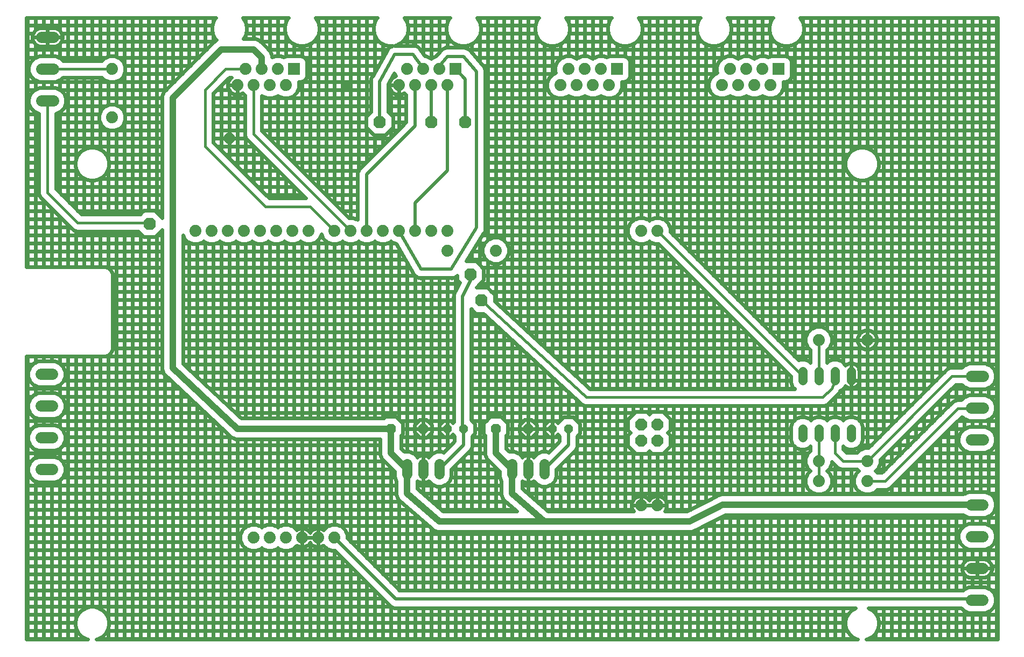
<source format=gbl>
G75*
%MOIN*%
%OFA0B0*%
%FSLAX25Y25*%
%IPPOS*%
%LPD*%
%AMOC8*
5,1,8,0,0,1.08239X$1,22.5*
%
%ADD10C,0.07400*%
%ADD11R,0.07400X0.07400*%
%ADD12OC8,0.07400*%
%ADD13C,0.05600*%
%ADD14C,0.07100*%
%ADD15C,0.06400*%
%ADD16OC8,0.06300*%
%ADD17OC8,0.05600*%
%ADD18C,0.02000*%
%ADD19OC8,0.07600*%
%ADD20C,0.01600*%
%ADD21C,0.04000*%
%ADD22C,0.02400*%
%ADD23OC8,0.06756*%
D10*
X0276965Y0179100D03*
X0286965Y0179100D03*
X0296965Y0179100D03*
X0306965Y0179100D03*
X0316965Y0179100D03*
X0326965Y0179100D03*
X0516965Y0199100D03*
X0526965Y0199100D03*
X0626965Y0214100D03*
X0626965Y0226600D03*
X0656965Y0226600D03*
X0656965Y0214100D03*
X0656965Y0301600D03*
X0626965Y0301600D03*
X0526965Y0369100D03*
X0516965Y0369100D03*
X0426965Y0356895D03*
X0396965Y0356895D03*
X0396965Y0369100D03*
X0386965Y0369100D03*
X0376965Y0369100D03*
X0366965Y0369100D03*
X0356965Y0369100D03*
X0346965Y0369100D03*
X0336965Y0369100D03*
X0326965Y0369100D03*
X0310965Y0369100D03*
X0300965Y0369100D03*
X0290965Y0369100D03*
X0280965Y0369100D03*
X0270965Y0369100D03*
X0260965Y0369100D03*
X0250965Y0369100D03*
X0240965Y0369100D03*
X0189465Y0439395D03*
X0189465Y0469395D03*
X0266965Y0459395D03*
X0276965Y0459395D03*
X0286965Y0459395D03*
X0296965Y0459395D03*
X0291965Y0469395D03*
X0281965Y0469395D03*
X0271965Y0469395D03*
X0366965Y0459395D03*
X0376965Y0459395D03*
X0386965Y0459395D03*
X0396965Y0459395D03*
X0391965Y0469395D03*
X0381965Y0469395D03*
X0371965Y0469395D03*
X0466965Y0459395D03*
X0476965Y0459395D03*
X0486965Y0459395D03*
X0496965Y0459395D03*
X0491965Y0469395D03*
X0481965Y0469395D03*
X0471965Y0469395D03*
X0566965Y0459395D03*
X0576965Y0459395D03*
X0586965Y0459395D03*
X0581965Y0469395D03*
X0571965Y0469395D03*
X0591965Y0469395D03*
X0596965Y0459395D03*
D11*
X0601965Y0469395D03*
X0501965Y0469395D03*
X0401965Y0469395D03*
X0301965Y0469395D03*
D12*
X0516965Y0249100D03*
X0526965Y0249100D03*
X0526965Y0239100D03*
X0516965Y0239100D03*
D13*
X0616965Y0241000D02*
X0616965Y0246600D01*
X0626965Y0246600D02*
X0626965Y0241000D01*
X0636965Y0241000D02*
X0636965Y0246600D01*
X0646965Y0246600D02*
X0646965Y0241000D01*
X0646965Y0276600D02*
X0646965Y0282200D01*
X0636965Y0282200D02*
X0636965Y0276600D01*
X0626965Y0276600D02*
X0626965Y0282200D01*
X0616965Y0282200D02*
X0616965Y0276600D01*
D14*
X0721486Y0279080D02*
X0728586Y0279080D01*
X0728586Y0259395D02*
X0721486Y0259395D01*
X0721486Y0239710D02*
X0728586Y0239710D01*
X0728507Y0199553D02*
X0721407Y0199553D01*
X0721407Y0179868D02*
X0728507Y0179868D01*
X0728507Y0160183D02*
X0721407Y0160183D01*
X0721407Y0140498D02*
X0728507Y0140498D01*
X0152436Y0221303D02*
X0145336Y0221303D01*
X0145336Y0240988D02*
X0152436Y0240988D01*
X0152436Y0260673D02*
X0145336Y0260673D01*
X0145336Y0280358D02*
X0152436Y0280358D01*
X0152936Y0449710D02*
X0145836Y0449710D01*
X0145836Y0469395D02*
X0152936Y0469395D01*
X0152936Y0489080D02*
X0145836Y0489080D01*
D15*
X0371965Y0224800D02*
X0371965Y0218400D01*
X0381965Y0218400D02*
X0381965Y0224800D01*
X0391965Y0224800D02*
X0391965Y0218400D01*
X0436965Y0218400D02*
X0436965Y0224800D01*
X0446965Y0224800D02*
X0446965Y0218400D01*
X0456965Y0218400D02*
X0456965Y0224800D01*
D16*
X0446965Y0246600D03*
X0426965Y0246600D03*
X0381965Y0246600D03*
X0361965Y0246600D03*
D17*
X0396965Y0246600D03*
X0406965Y0246600D03*
X0461965Y0246600D03*
X0471965Y0246600D03*
D18*
X0471965Y0236600D01*
X0456965Y0221600D01*
X0406965Y0236600D02*
X0406965Y0246600D01*
X0406340Y0247225D01*
X0406340Y0328475D01*
X0411340Y0338475D01*
X0411340Y0342225D01*
X0399465Y0345350D02*
X0415090Y0370975D01*
X0415090Y0467850D01*
X0406965Y0477225D01*
X0396965Y0477225D01*
X0391965Y0470975D01*
X0391965Y0469395D01*
X0401965Y0469395D02*
X0408215Y0463145D01*
X0408215Y0436600D01*
X0386965Y0436600D02*
X0386965Y0459395D01*
X0376965Y0459395D02*
X0376965Y0434100D01*
X0346965Y0404100D01*
X0346965Y0369100D01*
X0366965Y0369100D02*
X0380715Y0345350D01*
X0399465Y0345350D01*
X0376965Y0369100D02*
X0376965Y0386600D01*
X0396965Y0406600D01*
X0396965Y0459395D01*
X0396965Y0459100D01*
X0381965Y0469395D02*
X0381965Y0469725D01*
X0375715Y0478475D01*
X0364465Y0478475D01*
X0355090Y0461600D01*
X0355090Y0436600D01*
X0376965Y0459100D02*
X0376965Y0459395D01*
X0406965Y0236600D02*
X0391965Y0221600D01*
X0326965Y0179100D02*
X0365090Y0140975D01*
X0724465Y0140975D01*
X0724957Y0140498D01*
D19*
X0418215Y0325975D03*
X0411340Y0342225D03*
X0408215Y0436600D03*
X0386965Y0436600D03*
X0355090Y0436600D03*
X0212590Y0373475D03*
D20*
X0211965Y0374100D01*
X0168215Y0374100D01*
X0149386Y0392929D01*
X0149386Y0449710D01*
X0149386Y0469395D02*
X0189465Y0469395D01*
X0246965Y0456600D02*
X0246965Y0421600D01*
X0284465Y0384100D01*
X0311965Y0384100D01*
X0326965Y0369100D01*
X0336965Y0369100D02*
X0276965Y0429100D01*
X0276965Y0459395D01*
X0271965Y0469395D02*
X0259760Y0469395D01*
X0246965Y0456600D01*
X0418215Y0325975D02*
X0483215Y0265975D01*
X0629465Y0265975D01*
X0635090Y0271600D01*
X0636965Y0276600D01*
X0626965Y0276600D02*
X0626965Y0301600D01*
X0616965Y0279100D02*
X0526965Y0369100D01*
X0616965Y0279100D02*
X0616965Y0276600D01*
X0626965Y0246600D02*
X0626965Y0226600D01*
X0626965Y0214100D01*
X0641965Y0226600D02*
X0636965Y0231600D01*
X0636965Y0246600D01*
X0641965Y0226600D02*
X0656965Y0226600D01*
X0709446Y0279080D01*
X0725036Y0279080D01*
X0725036Y0259395D02*
X0724741Y0259100D01*
X0713215Y0259100D01*
X0668215Y0214100D01*
X0656965Y0214100D01*
D21*
X0724957Y0199553D02*
X0567418Y0199553D01*
X0546965Y0189100D01*
X0456965Y0189100D01*
X0436965Y0206600D01*
X0436965Y0221600D01*
X0426965Y0231600D01*
X0426965Y0246600D01*
X0371965Y0221600D02*
X0371965Y0206600D01*
X0391965Y0189100D01*
X0456965Y0189100D01*
X0371965Y0221600D02*
X0361965Y0231600D01*
X0361965Y0246600D01*
X0266965Y0246600D01*
X0226965Y0284100D01*
X0226965Y0451600D01*
X0256965Y0481600D01*
X0276965Y0481600D01*
X0281965Y0476600D01*
X0281965Y0469395D01*
D22*
X0136365Y0291400D02*
X0136365Y0116000D01*
X0174435Y0116000D01*
X0173066Y0116367D01*
X0170716Y0117724D01*
X0168797Y0119642D01*
X0167441Y0121992D01*
X0166738Y0124613D01*
X0166738Y0127327D01*
X0167441Y0129948D01*
X0168797Y0132298D01*
X0170716Y0134217D01*
X0173066Y0135573D01*
X0175687Y0136276D01*
X0178401Y0136276D01*
X0181022Y0135573D01*
X0183372Y0134217D01*
X0185290Y0132298D01*
X0186647Y0129948D01*
X0187349Y0127327D01*
X0187349Y0124613D01*
X0186647Y0121992D01*
X0185290Y0119642D01*
X0183372Y0117724D01*
X0181022Y0116367D01*
X0179652Y0116000D01*
X0651207Y0116000D01*
X0649838Y0116367D01*
X0647488Y0117724D01*
X0645569Y0119642D01*
X0644212Y0121992D01*
X0643510Y0124613D01*
X0643510Y0127327D01*
X0644212Y0129948D01*
X0645569Y0132298D01*
X0647488Y0134217D01*
X0649838Y0135573D01*
X0649844Y0135575D01*
X0364016Y0135575D01*
X0362031Y0136397D01*
X0327428Y0171000D01*
X0325354Y0171000D01*
X0322377Y0172233D01*
X0320346Y0174264D01*
X0320057Y0174054D01*
X0319230Y0173632D01*
X0318347Y0173345D01*
X0317430Y0173200D01*
X0316965Y0173200D01*
X0316965Y0179100D01*
X0316965Y0179100D01*
X0306965Y0179100D01*
X0306965Y0185000D01*
X0306501Y0185000D01*
X0305584Y0184855D01*
X0304700Y0184568D01*
X0303873Y0184146D01*
X0303584Y0183936D01*
X0301553Y0185967D01*
X0298576Y0187200D01*
X0295354Y0187200D01*
X0292377Y0185967D01*
X0291965Y0185555D01*
X0291553Y0185967D01*
X0288576Y0187200D01*
X0285354Y0187200D01*
X0282377Y0185967D01*
X0281965Y0185555D01*
X0281553Y0185967D01*
X0278576Y0187200D01*
X0275354Y0187200D01*
X0272377Y0185967D01*
X0270098Y0183688D01*
X0268865Y0180711D01*
X0268865Y0177489D01*
X0270098Y0174512D01*
X0272377Y0172233D01*
X0275354Y0171000D01*
X0278576Y0171000D01*
X0281553Y0172233D01*
X0281965Y0172645D01*
X0282377Y0172233D01*
X0285354Y0171000D01*
X0288576Y0171000D01*
X0291553Y0172233D01*
X0291965Y0172645D01*
X0292377Y0172233D01*
X0295354Y0171000D01*
X0298576Y0171000D01*
X0301553Y0172233D01*
X0303584Y0174264D01*
X0303873Y0174054D01*
X0304700Y0173632D01*
X0305584Y0173345D01*
X0306501Y0173200D01*
X0306965Y0173200D01*
X0306965Y0179100D01*
X0306965Y0179100D01*
X0306965Y0179100D01*
X0306965Y0240200D01*
X0301965Y0240200D02*
X0301965Y0185555D01*
X0300025Y0186600D02*
X0323906Y0186600D01*
X0325354Y0187200D02*
X0322377Y0185967D01*
X0320346Y0183936D01*
X0320057Y0184146D01*
X0319230Y0184568D01*
X0318347Y0184855D01*
X0317430Y0185000D01*
X0316965Y0185000D01*
X0316501Y0185000D01*
X0315584Y0184855D01*
X0314700Y0184568D01*
X0313873Y0184146D01*
X0313122Y0183600D01*
X0312465Y0182944D01*
X0311965Y0182256D01*
X0311965Y0240200D01*
X0316965Y0240200D02*
X0316965Y0179100D01*
X0311065Y0179100D01*
X0306965Y0179100D01*
X0306965Y0116000D01*
X0301965Y0116000D02*
X0301965Y0172645D01*
X0300025Y0171600D02*
X0323905Y0171600D01*
X0321965Y0172645D02*
X0321965Y0116000D01*
X0316965Y0116000D02*
X0316965Y0179100D01*
X0316965Y0185000D01*
X0316965Y0179100D01*
X0316965Y0179100D01*
X0316965Y0179100D01*
X0316965Y0173200D01*
X0316501Y0173200D01*
X0315584Y0173345D01*
X0314700Y0173632D01*
X0313873Y0174054D01*
X0313122Y0174600D01*
X0312465Y0175256D01*
X0311965Y0175944D01*
X0311965Y0116000D01*
X0296965Y0116000D02*
X0296965Y0171000D01*
X0293905Y0171600D02*
X0290025Y0171600D01*
X0291965Y0172645D02*
X0291965Y0116000D01*
X0286965Y0116000D02*
X0286965Y0171000D01*
X0283905Y0171600D02*
X0280025Y0171600D01*
X0281965Y0172645D02*
X0281965Y0116000D01*
X0276965Y0116000D02*
X0276965Y0171000D01*
X0273905Y0171600D02*
X0136365Y0171600D01*
X0136365Y0166600D02*
X0331828Y0166600D01*
X0331965Y0166463D02*
X0331965Y0116000D01*
X0326965Y0116000D02*
X0326965Y0171000D01*
X0335065Y0178637D02*
X0335065Y0180711D01*
X0333832Y0183688D01*
X0331553Y0185967D01*
X0328576Y0187200D01*
X0325354Y0187200D01*
X0326965Y0187200D02*
X0326965Y0240200D01*
X0321965Y0240200D02*
X0321965Y0185555D01*
X0316965Y0181600D02*
X0316965Y0181600D01*
X0316965Y0176600D02*
X0316965Y0176600D01*
X0311965Y0175944D02*
X0311465Y0175256D01*
X0310809Y0174600D01*
X0310057Y0174054D01*
X0309230Y0173632D01*
X0308347Y0173345D01*
X0307430Y0173200D01*
X0306965Y0173200D01*
X0306965Y0179100D01*
X0306965Y0185000D01*
X0307430Y0185000D01*
X0308347Y0184855D01*
X0309230Y0184568D01*
X0310057Y0184146D01*
X0310809Y0183600D01*
X0311465Y0182944D01*
X0311965Y0182256D01*
X0311965Y0179100D02*
X0311965Y0179100D01*
X0306965Y0179100D02*
X0306965Y0179100D01*
X0306965Y0176600D02*
X0306965Y0176600D01*
X0306965Y0181600D02*
X0306965Y0181600D01*
X0296965Y0187200D02*
X0296965Y0240200D01*
X0291965Y0240200D02*
X0291965Y0185555D01*
X0290025Y0186600D02*
X0293906Y0186600D01*
X0286965Y0187200D02*
X0286965Y0240200D01*
X0281965Y0240200D02*
X0281965Y0185555D01*
X0280025Y0186600D02*
X0283906Y0186600D01*
X0276965Y0187200D02*
X0276965Y0240200D01*
X0271965Y0240200D02*
X0271965Y0185555D01*
X0273906Y0186600D02*
X0136365Y0186600D01*
X0136365Y0191600D02*
X0379389Y0191600D01*
X0376965Y0193721D02*
X0376965Y0146375D01*
X0371965Y0146375D02*
X0371965Y0198096D01*
X0373675Y0196600D02*
X0136365Y0196600D01*
X0136365Y0201600D02*
X0367914Y0201600D01*
X0367590Y0201924D02*
X0368340Y0201174D01*
X0368543Y0201090D01*
X0387590Y0184424D01*
X0388340Y0183674D01*
X0388543Y0183590D01*
X0388709Y0183445D01*
X0389713Y0183106D01*
X0390692Y0182700D01*
X0390912Y0182700D01*
X0391121Y0182629D01*
X0392178Y0182700D01*
X0455912Y0182700D01*
X0456121Y0182629D01*
X0457178Y0182700D01*
X0545956Y0182700D01*
X0546206Y0182619D01*
X0547221Y0182700D01*
X0548238Y0182700D01*
X0548482Y0182801D01*
X0548744Y0182822D01*
X0549650Y0183285D01*
X0550591Y0183674D01*
X0550777Y0183861D01*
X0568959Y0193153D01*
X0716564Y0193153D01*
X0716904Y0192813D01*
X0719826Y0191603D01*
X0730089Y0191603D01*
X0733011Y0192813D01*
X0735247Y0195049D01*
X0736457Y0197971D01*
X0736457Y0201134D01*
X0735247Y0204056D01*
X0733011Y0206292D01*
X0730089Y0207503D01*
X0719826Y0207503D01*
X0716904Y0206292D01*
X0716564Y0205953D01*
X0568428Y0205953D01*
X0568177Y0206034D01*
X0567163Y0205953D01*
X0566145Y0205953D01*
X0565902Y0205852D01*
X0565639Y0205831D01*
X0564733Y0205368D01*
X0563793Y0204978D01*
X0563606Y0204792D01*
X0545425Y0195500D01*
X0531642Y0195500D01*
X0532011Y0196008D01*
X0532433Y0196835D01*
X0532720Y0197718D01*
X0532865Y0198636D01*
X0532865Y0199100D01*
X0532865Y0199564D01*
X0532720Y0200482D01*
X0532433Y0201365D01*
X0532011Y0202192D01*
X0531465Y0202944D01*
X0530809Y0203600D01*
X0530057Y0204146D01*
X0529230Y0204568D01*
X0528347Y0204855D01*
X0527430Y0205000D01*
X0526965Y0205000D01*
X0526501Y0205000D01*
X0525584Y0204855D01*
X0524700Y0204568D01*
X0523873Y0204146D01*
X0523122Y0203600D01*
X0522465Y0202944D01*
X0521965Y0202256D01*
X0521965Y0232645D01*
X0523610Y0231000D01*
X0530320Y0231000D01*
X0535065Y0235745D01*
X0535065Y0242455D01*
X0533420Y0244100D01*
X0535065Y0245745D01*
X0535065Y0252455D01*
X0530320Y0257200D01*
X0523610Y0257200D01*
X0521965Y0255555D01*
X0521965Y0260775D01*
X0520320Y0257200D02*
X0513610Y0257200D01*
X0508865Y0252455D01*
X0508865Y0245745D01*
X0510510Y0244100D01*
X0508865Y0242455D01*
X0508865Y0235745D01*
X0513610Y0231000D01*
X0520320Y0231000D01*
X0521965Y0232645D01*
X0520920Y0231600D02*
X0523010Y0231600D01*
X0526965Y0231000D02*
X0526965Y0199100D01*
X0526965Y0199100D01*
X0516965Y0199100D01*
X0516965Y0199100D01*
X0511065Y0199100D01*
X0511065Y0198636D01*
X0511210Y0197718D01*
X0511497Y0196835D01*
X0511919Y0196008D01*
X0512288Y0195500D01*
X0459370Y0195500D01*
X0443365Y0209504D01*
X0443365Y0214052D01*
X0443408Y0214095D01*
X0443477Y0214260D01*
X0444135Y0213782D01*
X0444892Y0213396D01*
X0445701Y0213133D01*
X0446540Y0213000D01*
X0446965Y0213000D01*
X0446965Y0221600D01*
X0446965Y0230200D01*
X0446540Y0230200D01*
X0445701Y0230067D01*
X0444892Y0229804D01*
X0444135Y0229418D01*
X0443477Y0228940D01*
X0443408Y0229105D01*
X0441270Y0231243D01*
X0438477Y0232400D01*
X0435453Y0232400D01*
X0435286Y0232330D01*
X0433365Y0234251D01*
X0433365Y0242323D01*
X0434515Y0243473D01*
X0434515Y0249727D01*
X0430093Y0254150D01*
X0423838Y0254150D01*
X0419415Y0249727D01*
X0419415Y0243473D01*
X0420565Y0242323D01*
X0420565Y0230327D01*
X0421540Y0227975D01*
X0423340Y0226174D01*
X0429365Y0220149D01*
X0429365Y0216888D01*
X0430522Y0214095D01*
X0430565Y0214052D01*
X0430565Y0207653D01*
X0430495Y0207445D01*
X0430565Y0206387D01*
X0430565Y0205327D01*
X0430649Y0205124D01*
X0430664Y0204904D01*
X0431134Y0203954D01*
X0431540Y0202975D01*
X0431695Y0202819D01*
X0431793Y0202622D01*
X0432590Y0201924D01*
X0433340Y0201174D01*
X0433543Y0201090D01*
X0439932Y0195500D01*
X0394370Y0195500D01*
X0378365Y0209504D01*
X0378365Y0214052D01*
X0378408Y0214095D01*
X0378477Y0214260D01*
X0379135Y0213782D01*
X0379892Y0213396D01*
X0380701Y0213133D01*
X0381540Y0213000D01*
X0381965Y0213000D01*
X0381965Y0221600D01*
X0381965Y0230200D01*
X0381540Y0230200D01*
X0380701Y0230067D01*
X0379892Y0229804D01*
X0379135Y0229418D01*
X0378477Y0228940D01*
X0378408Y0229105D01*
X0376270Y0231243D01*
X0373477Y0232400D01*
X0370453Y0232400D01*
X0370286Y0232330D01*
X0368365Y0234251D01*
X0368365Y0242323D01*
X0369515Y0243473D01*
X0369515Y0249727D01*
X0365093Y0254150D01*
X0358838Y0254150D01*
X0357688Y0253000D01*
X0269496Y0253000D01*
X0233365Y0286873D01*
X0233365Y0366282D01*
X0234098Y0364512D01*
X0236377Y0362233D01*
X0239354Y0361000D01*
X0242576Y0361000D01*
X0245553Y0362233D01*
X0245965Y0362645D01*
X0246377Y0362233D01*
X0249354Y0361000D01*
X0252576Y0361000D01*
X0255553Y0362233D01*
X0255965Y0362645D01*
X0256377Y0362233D01*
X0259354Y0361000D01*
X0262576Y0361000D01*
X0265553Y0362233D01*
X0265965Y0362645D01*
X0266377Y0362233D01*
X0269354Y0361000D01*
X0272576Y0361000D01*
X0275553Y0362233D01*
X0275965Y0362645D01*
X0276377Y0362233D01*
X0279354Y0361000D01*
X0282576Y0361000D01*
X0285553Y0362233D01*
X0285965Y0362645D01*
X0286377Y0362233D01*
X0289354Y0361000D01*
X0292576Y0361000D01*
X0295553Y0362233D01*
X0295965Y0362645D01*
X0296377Y0362233D01*
X0299354Y0361000D01*
X0302576Y0361000D01*
X0305553Y0362233D01*
X0305965Y0362645D01*
X0306377Y0362233D01*
X0309354Y0361000D01*
X0312576Y0361000D01*
X0315553Y0362233D01*
X0317832Y0364512D01*
X0318965Y0367247D01*
X0320098Y0364512D01*
X0322377Y0362233D01*
X0325354Y0361000D01*
X0328576Y0361000D01*
X0331553Y0362233D01*
X0331965Y0362645D01*
X0331965Y0253000D01*
X0326965Y0253000D02*
X0326965Y0361000D01*
X0323905Y0361600D02*
X0314025Y0361600D01*
X0311965Y0361000D02*
X0311965Y0253000D01*
X0306965Y0253000D02*
X0306965Y0361989D01*
X0307905Y0361600D02*
X0304025Y0361600D01*
X0301965Y0361000D02*
X0301965Y0253000D01*
X0296965Y0253000D02*
X0296965Y0361989D01*
X0297905Y0361600D02*
X0294025Y0361600D01*
X0291965Y0361000D02*
X0291965Y0253000D01*
X0286965Y0253000D02*
X0286965Y0361989D01*
X0287905Y0361600D02*
X0284025Y0361600D01*
X0281965Y0361000D02*
X0281965Y0253000D01*
X0276965Y0253000D02*
X0276965Y0361989D01*
X0277905Y0361600D02*
X0274025Y0361600D01*
X0271965Y0361000D02*
X0271965Y0253000D01*
X0266965Y0255373D02*
X0266965Y0361989D01*
X0267905Y0361600D02*
X0264025Y0361600D01*
X0261965Y0361000D02*
X0261965Y0260060D01*
X0260323Y0261600D02*
X0400940Y0261600D01*
X0400940Y0256600D02*
X0265656Y0256600D01*
X0256965Y0264748D02*
X0256965Y0361989D01*
X0257905Y0361600D02*
X0254025Y0361600D01*
X0251965Y0361000D02*
X0251965Y0269435D01*
X0249656Y0271600D02*
X0400940Y0271600D01*
X0400940Y0266600D02*
X0254989Y0266600D01*
X0246965Y0274123D02*
X0246965Y0361989D01*
X0247905Y0361600D02*
X0244025Y0361600D01*
X0241965Y0361000D02*
X0241965Y0278810D01*
X0244323Y0276600D02*
X0400940Y0276600D01*
X0400940Y0281600D02*
X0238989Y0281600D01*
X0236965Y0283498D02*
X0236965Y0361989D01*
X0237905Y0361600D02*
X0233365Y0361600D01*
X0233365Y0356600D02*
X0367962Y0356600D01*
X0366965Y0358322D02*
X0366965Y0252277D01*
X0367643Y0251600D02*
X0379399Y0251600D01*
X0379749Y0251950D02*
X0376615Y0248816D01*
X0376615Y0246600D01*
X0376615Y0244384D01*
X0379749Y0241250D01*
X0381965Y0241250D01*
X0381965Y0246600D01*
X0369515Y0246600D01*
X0368365Y0241600D02*
X0379399Y0241600D01*
X0381965Y0241600D02*
X0381965Y0241600D01*
X0381965Y0241250D02*
X0384181Y0241250D01*
X0387315Y0244384D01*
X0387315Y0246600D01*
X0387315Y0248816D01*
X0384181Y0251950D01*
X0381965Y0251950D01*
X0379749Y0251950D01*
X0381965Y0251950D02*
X0381965Y0246600D01*
X0381965Y0246600D01*
X0376615Y0246600D01*
X0381965Y0246600D01*
X0381965Y0246600D01*
X0381965Y0246600D01*
X0381965Y0339950D01*
X0381072Y0339950D02*
X0399046Y0339950D01*
X0399694Y0339849D01*
X0400110Y0339950D01*
X0400539Y0339950D01*
X0401145Y0340201D01*
X0401781Y0340355D01*
X0402128Y0340608D01*
X0402524Y0340772D01*
X0402987Y0341235D01*
X0403140Y0341347D01*
X0403140Y0338828D01*
X0404700Y0337269D01*
X0401902Y0331674D01*
X0401762Y0331534D01*
X0401425Y0330719D01*
X0401030Y0329929D01*
X0401016Y0329732D01*
X0400940Y0329549D01*
X0400940Y0328667D01*
X0400878Y0327786D01*
X0400940Y0327599D01*
X0400940Y0250757D01*
X0400410Y0250227D01*
X0399036Y0251600D01*
X0396965Y0251600D01*
X0394894Y0251600D01*
X0391965Y0248671D01*
X0391965Y0339950D01*
X0386965Y0339950D02*
X0386965Y0249166D01*
X0386965Y0246600D02*
X0386965Y0246600D01*
X0387315Y0246600D02*
X0381965Y0246600D01*
X0381965Y0221600D01*
X0381965Y0221600D01*
X0381965Y0221600D01*
X0381965Y0206354D01*
X0381684Y0206600D02*
X0430551Y0206600D01*
X0431965Y0202471D02*
X0431965Y0195500D01*
X0426965Y0195500D02*
X0426965Y0222549D01*
X0427914Y0221600D02*
X0399602Y0221600D01*
X0399565Y0221563D02*
X0410024Y0232022D01*
X0411543Y0233541D01*
X0412365Y0235526D01*
X0412365Y0241818D01*
X0414165Y0243618D01*
X0414165Y0249582D01*
X0411740Y0252007D01*
X0411740Y0320853D01*
X0414819Y0317775D01*
X0419432Y0317775D01*
X0479612Y0262225D01*
X0480270Y0261567D01*
X0480369Y0261525D01*
X0480448Y0261452D01*
X0481321Y0261131D01*
X0482181Y0260775D01*
X0482289Y0260775D01*
X0482390Y0260738D01*
X0483319Y0260775D01*
X0630500Y0260775D01*
X0632411Y0261567D01*
X0633874Y0263029D01*
X0638100Y0267256D01*
X0638184Y0267294D01*
X0638829Y0267985D01*
X0639499Y0268654D01*
X0639534Y0268739D01*
X0639596Y0268806D01*
X0639928Y0269692D01*
X0640099Y0270105D01*
X0641044Y0270496D01*
X0643069Y0272522D01*
X0643334Y0273160D01*
X0643708Y0272786D01*
X0644345Y0272324D01*
X0645046Y0271966D01*
X0645794Y0271723D01*
X0646572Y0271600D01*
X0642148Y0271600D01*
X0641965Y0271418D02*
X0641965Y0251782D01*
X0641044Y0252704D01*
X0638397Y0253800D01*
X0635533Y0253800D01*
X0632887Y0252704D01*
X0631965Y0251782D01*
X0631044Y0252704D01*
X0628397Y0253800D01*
X0625533Y0253800D01*
X0622887Y0252704D01*
X0621965Y0251782D01*
X0621965Y0260775D01*
X0616965Y0260775D02*
X0616965Y0253800D01*
X0615533Y0253800D02*
X0612887Y0252704D01*
X0610861Y0250678D01*
X0609765Y0248032D01*
X0609765Y0239568D01*
X0610861Y0236922D01*
X0612887Y0234896D01*
X0615533Y0233800D01*
X0618397Y0233800D01*
X0621044Y0234896D01*
X0621765Y0235618D01*
X0621765Y0232855D01*
X0620098Y0231188D01*
X0618865Y0228211D01*
X0618865Y0224989D01*
X0620098Y0222012D01*
X0621760Y0220350D01*
X0620098Y0218688D01*
X0618865Y0215711D01*
X0618865Y0212489D01*
X0620098Y0209512D01*
X0622377Y0207233D01*
X0625354Y0206000D01*
X0628576Y0206000D01*
X0631553Y0207233D01*
X0633832Y0209512D01*
X0635065Y0212489D01*
X0635065Y0215711D01*
X0633832Y0218688D01*
X0632170Y0220350D01*
X0633832Y0222012D01*
X0635065Y0224989D01*
X0635065Y0226146D01*
X0639020Y0222192D01*
X0640931Y0221400D01*
X0650710Y0221400D01*
X0651760Y0220350D01*
X0650098Y0218688D01*
X0648865Y0215711D01*
X0648865Y0212489D01*
X0650098Y0209512D01*
X0652377Y0207233D01*
X0655354Y0206000D01*
X0658576Y0206000D01*
X0661553Y0207233D01*
X0663220Y0208900D01*
X0669250Y0208900D01*
X0671161Y0209692D01*
X0715369Y0253900D01*
X0715738Y0253900D01*
X0716983Y0252656D01*
X0719905Y0251445D01*
X0730167Y0251445D01*
X0733089Y0252656D01*
X0735326Y0254892D01*
X0736536Y0257814D01*
X0736536Y0260977D01*
X0735326Y0263899D01*
X0733089Y0266135D01*
X0730167Y0267345D01*
X0719905Y0267345D01*
X0716983Y0266135D01*
X0715148Y0264300D01*
X0712181Y0264300D01*
X0710270Y0263508D01*
X0708807Y0262046D01*
X0708807Y0262046D01*
X0666061Y0219300D01*
X0663220Y0219300D01*
X0662170Y0220350D01*
X0663832Y0222012D01*
X0665065Y0224989D01*
X0665065Y0227346D01*
X0711599Y0273880D01*
X0715443Y0273880D01*
X0716983Y0272341D01*
X0719905Y0271130D01*
X0730167Y0271130D01*
X0733089Y0272341D01*
X0735326Y0274577D01*
X0736536Y0277499D01*
X0736536Y0280662D01*
X0735326Y0283584D01*
X0733089Y0285820D01*
X0730167Y0287030D01*
X0719905Y0287030D01*
X0716983Y0285820D01*
X0715443Y0284280D01*
X0708411Y0284280D01*
X0706500Y0283489D01*
X0705037Y0282026D01*
X0657711Y0234700D01*
X0655354Y0234700D01*
X0652377Y0233467D01*
X0650710Y0231800D01*
X0644119Y0231800D01*
X0642165Y0233754D01*
X0642165Y0235618D01*
X0642887Y0234896D01*
X0645533Y0233800D01*
X0648397Y0233800D01*
X0651044Y0234896D01*
X0653069Y0236922D01*
X0654165Y0239568D01*
X0654165Y0248032D01*
X0653069Y0250678D01*
X0651044Y0252704D01*
X0648397Y0253800D01*
X0645533Y0253800D01*
X0642887Y0252704D01*
X0641965Y0251782D01*
X0636965Y0253800D02*
X0636965Y0266121D01*
X0637444Y0266600D02*
X0689611Y0266600D01*
X0691965Y0268954D02*
X0691965Y0501214D01*
X0686965Y0501214D02*
X0686965Y0263954D01*
X0684611Y0261600D02*
X0632444Y0261600D01*
X0631965Y0261382D02*
X0631965Y0251782D01*
X0626965Y0253800D02*
X0626965Y0260775D01*
X0621044Y0252704D02*
X0618397Y0253800D01*
X0615533Y0253800D01*
X0611965Y0251782D02*
X0611965Y0260775D01*
X0606965Y0260775D02*
X0606965Y0205953D01*
X0601965Y0205953D02*
X0601965Y0260775D01*
X0596965Y0260775D02*
X0596965Y0205953D01*
X0591965Y0205953D02*
X0591965Y0260775D01*
X0586965Y0260775D02*
X0586965Y0205953D01*
X0581965Y0205953D02*
X0581965Y0260775D01*
X0576965Y0260775D02*
X0576965Y0205953D01*
X0571965Y0205953D02*
X0571965Y0260775D01*
X0566965Y0260775D02*
X0566965Y0205953D01*
X0561965Y0203953D02*
X0561965Y0260775D01*
X0556965Y0260775D02*
X0556965Y0201398D01*
X0557360Y0201600D02*
X0532313Y0201600D01*
X0531965Y0202256D02*
X0531965Y0232645D01*
X0530920Y0231600D02*
X0620510Y0231600D01*
X0616965Y0233800D02*
X0616965Y0205953D01*
X0611965Y0205953D02*
X0611965Y0235818D01*
X0611183Y0236600D02*
X0535065Y0236600D01*
X0535065Y0241600D02*
X0609765Y0241600D01*
X0609765Y0246600D02*
X0535065Y0246600D01*
X0535065Y0251600D02*
X0611783Y0251600D01*
X0621044Y0252704D02*
X0621965Y0251782D01*
X0612208Y0271175D02*
X0485248Y0271175D01*
X0426415Y0325482D01*
X0426415Y0329372D01*
X0421612Y0334175D01*
X0415228Y0334175D01*
X0415568Y0334857D01*
X0419540Y0338828D01*
X0419540Y0345622D01*
X0414737Y0350425D01*
X0408884Y0350425D01*
X0419365Y0367613D01*
X0419668Y0367916D01*
X0419919Y0368521D01*
X0420260Y0369081D01*
X0420326Y0369505D01*
X0420490Y0369901D01*
X0420490Y0370556D01*
X0420591Y0371203D01*
X0420490Y0371620D01*
X0420490Y0467657D01*
X0420553Y0468537D01*
X0420490Y0468725D01*
X0420490Y0468924D01*
X0420153Y0469739D01*
X0419874Y0470575D01*
X0419744Y0470725D01*
X0419668Y0470909D01*
X0419045Y0471532D01*
X0411619Y0480100D01*
X0411543Y0480284D01*
X0410920Y0480907D01*
X0410342Y0481573D01*
X0410165Y0481662D01*
X0410024Y0481803D01*
X0409210Y0482140D01*
X0408421Y0482535D01*
X0408223Y0482549D01*
X0408039Y0482625D01*
X0407158Y0482625D01*
X0406279Y0482688D01*
X0406090Y0482625D01*
X0397732Y0482625D01*
X0397436Y0482711D01*
X0396666Y0482625D01*
X0395891Y0482625D01*
X0395607Y0482507D01*
X0395301Y0482473D01*
X0394622Y0482100D01*
X0393906Y0481803D01*
X0393689Y0481585D01*
X0393420Y0481437D01*
X0392935Y0480832D01*
X0392387Y0480284D01*
X0392270Y0480000D01*
X0390222Y0477441D01*
X0387377Y0476262D01*
X0386965Y0475850D01*
X0386553Y0476262D01*
X0383576Y0477495D01*
X0383051Y0477495D01*
X0380468Y0481112D01*
X0380293Y0481534D01*
X0379850Y0481977D01*
X0379485Y0482488D01*
X0379097Y0482730D01*
X0378774Y0483053D01*
X0378195Y0483293D01*
X0377662Y0483625D01*
X0377212Y0483700D01*
X0376789Y0483875D01*
X0376162Y0483875D01*
X0375543Y0483978D01*
X0375098Y0483875D01*
X0364774Y0483875D01*
X0364261Y0483934D01*
X0366095Y0484425D01*
X0368535Y0485834D01*
X0370527Y0487826D01*
X0371935Y0490266D01*
X0372664Y0492987D01*
X0372664Y0495804D01*
X0371935Y0498525D01*
X0370527Y0500965D01*
X0370288Y0501204D01*
X0398644Y0501205D01*
X0398404Y0500965D01*
X0396995Y0498525D01*
X0396266Y0495804D01*
X0396266Y0492987D01*
X0396995Y0490266D01*
X0398404Y0487826D01*
X0400396Y0485834D01*
X0402835Y0484425D01*
X0405557Y0483696D01*
X0408374Y0483696D01*
X0411095Y0484425D01*
X0413535Y0485834D01*
X0415527Y0487826D01*
X0416935Y0490266D01*
X0417664Y0492987D01*
X0417664Y0495804D01*
X0416935Y0498525D01*
X0415527Y0500965D01*
X0415286Y0501205D01*
X0453645Y0501206D01*
X0453404Y0500965D01*
X0451995Y0498525D01*
X0451266Y0495804D01*
X0451266Y0492987D01*
X0451995Y0490266D01*
X0453404Y0487826D01*
X0455396Y0485834D01*
X0457835Y0484425D01*
X0460557Y0483696D01*
X0463374Y0483696D01*
X0466095Y0484425D01*
X0468535Y0485834D01*
X0470527Y0487826D01*
X0471935Y0490266D01*
X0472664Y0492987D01*
X0472664Y0495804D01*
X0471935Y0498525D01*
X0470527Y0500965D01*
X0470284Y0501207D01*
X0498647Y0501208D01*
X0498404Y0500965D01*
X0496995Y0498525D01*
X0496266Y0495804D01*
X0496266Y0492987D01*
X0496995Y0490266D01*
X0498404Y0487826D01*
X0500396Y0485834D01*
X0502835Y0484425D01*
X0505557Y0483696D01*
X0508374Y0483696D01*
X0511095Y0484425D01*
X0513535Y0485834D01*
X0515527Y0487826D01*
X0516935Y0490266D01*
X0517664Y0492987D01*
X0517664Y0495804D01*
X0516935Y0498525D01*
X0515527Y0500965D01*
X0515283Y0501208D01*
X0553649Y0501210D01*
X0553404Y0500965D01*
X0551995Y0498525D01*
X0551266Y0495804D01*
X0551266Y0492987D01*
X0551995Y0490266D01*
X0553404Y0487826D01*
X0555396Y0485834D01*
X0557835Y0484425D01*
X0560557Y0483696D01*
X0563374Y0483696D01*
X0566095Y0484425D01*
X0568535Y0485834D01*
X0570527Y0487826D01*
X0571935Y0490266D01*
X0572664Y0492987D01*
X0572664Y0495804D01*
X0571935Y0498525D01*
X0570527Y0500965D01*
X0570281Y0501210D01*
X0598650Y0501211D01*
X0598404Y0500965D01*
X0596995Y0498525D01*
X0596266Y0495804D01*
X0596266Y0492987D01*
X0596995Y0490266D01*
X0598404Y0487826D01*
X0600396Y0485834D01*
X0602835Y0484425D01*
X0605557Y0483696D01*
X0608374Y0483696D01*
X0611095Y0484425D01*
X0613535Y0485834D01*
X0615527Y0487826D01*
X0616935Y0490266D01*
X0617664Y0492987D01*
X0617664Y0495804D01*
X0616935Y0498525D01*
X0615527Y0500965D01*
X0615280Y0501212D01*
X0737801Y0501216D01*
X0737801Y0116000D01*
X0656424Y0116000D01*
X0657793Y0116367D01*
X0660143Y0117724D01*
X0662062Y0119642D01*
X0663419Y0121992D01*
X0664121Y0124613D01*
X0664121Y0127327D01*
X0663419Y0129948D01*
X0662062Y0132298D01*
X0660143Y0134217D01*
X0657793Y0135573D01*
X0657787Y0135575D01*
X0715087Y0135575D01*
X0716904Y0133758D01*
X0719826Y0132548D01*
X0730089Y0132548D01*
X0733011Y0133758D01*
X0735247Y0135994D01*
X0736457Y0138916D01*
X0736457Y0142079D01*
X0735247Y0145001D01*
X0733011Y0147237D01*
X0730089Y0148448D01*
X0719826Y0148448D01*
X0716904Y0147237D01*
X0716042Y0146375D01*
X0367327Y0146375D01*
X0335065Y0178637D01*
X0336965Y0176737D02*
X0336965Y0240200D01*
X0331965Y0240200D02*
X0331965Y0185555D01*
X0330025Y0186600D02*
X0385103Y0186600D01*
X0386965Y0184971D02*
X0386965Y0146375D01*
X0381965Y0146375D02*
X0381965Y0189346D01*
X0391965Y0182686D02*
X0391965Y0146375D01*
X0396965Y0146375D02*
X0396965Y0182700D01*
X0401965Y0182700D02*
X0401965Y0146375D01*
X0406965Y0146375D02*
X0406965Y0182700D01*
X0411965Y0182700D02*
X0411965Y0146375D01*
X0416965Y0146375D02*
X0416965Y0182700D01*
X0421965Y0182700D02*
X0421965Y0146375D01*
X0426965Y0146375D02*
X0426965Y0182700D01*
X0431965Y0182700D02*
X0431965Y0146375D01*
X0436965Y0146375D02*
X0436965Y0182700D01*
X0441965Y0182700D02*
X0441965Y0146375D01*
X0446965Y0146375D02*
X0446965Y0182700D01*
X0451965Y0182700D02*
X0451965Y0146375D01*
X0456965Y0146375D02*
X0456965Y0182686D01*
X0461965Y0182700D02*
X0461965Y0146375D01*
X0466965Y0146375D02*
X0466965Y0182700D01*
X0471965Y0182700D02*
X0471965Y0146375D01*
X0476965Y0146375D02*
X0476965Y0182700D01*
X0481965Y0182700D02*
X0481965Y0146375D01*
X0486965Y0146375D02*
X0486965Y0182700D01*
X0491965Y0182700D02*
X0491965Y0146375D01*
X0496965Y0146375D02*
X0496965Y0182700D01*
X0501965Y0182700D02*
X0501965Y0146375D01*
X0506965Y0146375D02*
X0506965Y0182700D01*
X0511965Y0182700D02*
X0511965Y0146375D01*
X0516965Y0146375D02*
X0516965Y0182700D01*
X0521965Y0182700D02*
X0521965Y0146375D01*
X0526965Y0146375D02*
X0526965Y0182700D01*
X0531965Y0182700D02*
X0531965Y0146375D01*
X0536965Y0146375D02*
X0536965Y0182700D01*
X0541965Y0182700D02*
X0541965Y0146375D01*
X0546965Y0146375D02*
X0546965Y0182680D01*
X0551965Y0184468D02*
X0551965Y0146375D01*
X0556965Y0146375D02*
X0556965Y0187023D01*
X0556137Y0186600D02*
X0716897Y0186600D01*
X0716904Y0186607D02*
X0714668Y0184371D01*
X0713457Y0181449D01*
X0713457Y0178286D01*
X0714668Y0175364D01*
X0716904Y0173128D01*
X0719826Y0171918D01*
X0730089Y0171918D01*
X0733011Y0173128D01*
X0735247Y0175364D01*
X0736457Y0178286D01*
X0736457Y0181449D01*
X0735247Y0184371D01*
X0733011Y0186607D01*
X0730089Y0187818D01*
X0719826Y0187818D01*
X0716904Y0186607D01*
X0716965Y0186633D02*
X0716965Y0192788D01*
X0711965Y0193153D02*
X0711965Y0146375D01*
X0716267Y0146600D02*
X0367102Y0146600D01*
X0366965Y0146737D02*
X0366965Y0202471D01*
X0366793Y0202622D02*
X0367590Y0201924D01*
X0366793Y0202622D02*
X0366695Y0202819D01*
X0366540Y0202975D01*
X0366134Y0203954D01*
X0365664Y0204904D01*
X0365649Y0205124D01*
X0365565Y0205327D01*
X0365565Y0206387D01*
X0365495Y0207445D01*
X0365565Y0207653D01*
X0365565Y0214052D01*
X0365522Y0214095D01*
X0364365Y0216888D01*
X0364365Y0220149D01*
X0358340Y0226174D01*
X0356540Y0227975D01*
X0355565Y0230327D01*
X0355565Y0240200D01*
X0267068Y0240200D01*
X0265899Y0240162D01*
X0265799Y0240200D01*
X0265692Y0240200D01*
X0264611Y0240648D01*
X0263517Y0241060D01*
X0263439Y0241133D01*
X0263340Y0241174D01*
X0262513Y0242002D01*
X0223439Y0278633D01*
X0223340Y0278674D01*
X0222513Y0279502D01*
X0221659Y0280302D01*
X0221615Y0280399D01*
X0221540Y0280475D01*
X0221092Y0281556D01*
X0220610Y0282621D01*
X0220606Y0282728D01*
X0220565Y0282827D01*
X0220565Y0283997D01*
X0220527Y0285166D01*
X0220565Y0285266D01*
X0220565Y0369853D01*
X0215987Y0365275D01*
X0209194Y0365275D01*
X0205569Y0368900D01*
X0167181Y0368900D01*
X0165270Y0369692D01*
X0146441Y0388520D01*
X0144978Y0389983D01*
X0144186Y0391894D01*
X0144186Y0441789D01*
X0141333Y0442971D01*
X0139097Y0445207D01*
X0137886Y0448129D01*
X0137886Y0451292D01*
X0139097Y0454214D01*
X0141333Y0456450D01*
X0144255Y0457660D01*
X0154518Y0457660D01*
X0157440Y0456450D01*
X0159676Y0454214D01*
X0160886Y0451292D01*
X0160886Y0448129D01*
X0159676Y0445207D01*
X0157440Y0442971D01*
X0154586Y0441789D01*
X0154586Y0395083D01*
X0170369Y0379300D01*
X0206819Y0379300D01*
X0209194Y0381675D01*
X0215987Y0381675D01*
X0220565Y0377097D01*
X0220565Y0452873D01*
X0221540Y0455225D01*
X0251540Y0485225D01*
X0253340Y0487026D01*
X0253951Y0487279D01*
X0253404Y0487826D01*
X0251995Y0490266D01*
X0251266Y0492987D01*
X0251266Y0495804D01*
X0251995Y0498525D01*
X0253404Y0500965D01*
X0253639Y0501200D01*
X0136365Y0501196D01*
X0136365Y0346800D01*
X0185500Y0346800D01*
X0187411Y0346008D01*
X0188874Y0344546D01*
X0189665Y0342634D01*
X0189665Y0295566D01*
X0188874Y0293654D01*
X0187411Y0292192D01*
X0185500Y0291400D01*
X0136365Y0291400D01*
X0136965Y0291400D02*
X0136965Y0116000D01*
X0136365Y0116600D02*
X0172662Y0116600D01*
X0171965Y0117003D02*
X0171965Y0116000D01*
X0166965Y0116000D02*
X0166965Y0123767D01*
X0167667Y0121600D02*
X0136365Y0121600D01*
X0136365Y0126600D02*
X0166738Y0126600D01*
X0166965Y0128173D02*
X0166965Y0291400D01*
X0161965Y0291400D02*
X0161965Y0116000D01*
X0156965Y0116000D02*
X0156965Y0214589D01*
X0156940Y0214563D02*
X0159176Y0216800D01*
X0160386Y0219722D01*
X0160386Y0222884D01*
X0159176Y0225806D01*
X0156940Y0228043D01*
X0154018Y0229253D01*
X0143755Y0229253D01*
X0140833Y0228043D01*
X0138597Y0225806D01*
X0137386Y0222884D01*
X0137386Y0219722D01*
X0138597Y0216800D01*
X0140833Y0214563D01*
X0143755Y0213353D01*
X0154018Y0213353D01*
X0156940Y0214563D01*
X0158976Y0216600D02*
X0364485Y0216600D01*
X0365565Y0211600D02*
X0136365Y0211600D01*
X0136365Y0206600D02*
X0365551Y0206600D01*
X0378365Y0211600D02*
X0388522Y0211600D01*
X0387660Y0211957D02*
X0390453Y0210800D01*
X0393477Y0210800D01*
X0396270Y0211957D01*
X0398408Y0214095D01*
X0399565Y0216888D01*
X0399565Y0221563D01*
X0401965Y0223963D02*
X0401965Y0195500D01*
X0396965Y0195500D02*
X0396965Y0212652D01*
X0395408Y0211600D02*
X0430565Y0211600D01*
X0429485Y0216600D02*
X0399446Y0216600D01*
X0391965Y0210800D02*
X0391965Y0197604D01*
X0393113Y0196600D02*
X0438675Y0196600D01*
X0436965Y0195500D02*
X0436965Y0198096D01*
X0432914Y0201600D02*
X0387398Y0201600D01*
X0386965Y0201979D02*
X0386965Y0212652D01*
X0387660Y0211957D02*
X0385522Y0214095D01*
X0385454Y0214260D01*
X0384795Y0213782D01*
X0384038Y0213396D01*
X0383230Y0213133D01*
X0382390Y0213000D01*
X0381965Y0213000D01*
X0381965Y0221600D01*
X0381965Y0230200D01*
X0382390Y0230200D01*
X0383230Y0230067D01*
X0384038Y0229804D01*
X0384795Y0229418D01*
X0385454Y0228940D01*
X0385522Y0229105D01*
X0387660Y0231243D01*
X0390453Y0232400D01*
X0393477Y0232400D01*
X0394645Y0231916D01*
X0401565Y0238837D01*
X0401565Y0241818D01*
X0400410Y0242973D01*
X0399036Y0241600D01*
X0401565Y0241600D01*
X0399036Y0241600D02*
X0396965Y0241600D01*
X0396965Y0241600D01*
X0396965Y0246600D01*
X0381965Y0246600D01*
X0381965Y0241250D01*
X0384531Y0241600D02*
X0394894Y0241600D01*
X0396965Y0241600D01*
X0396965Y0246600D01*
X0396965Y0246600D01*
X0391965Y0246600D01*
X0391965Y0246600D01*
X0391965Y0244529D01*
X0391965Y0232400D01*
X0388522Y0231600D02*
X0375408Y0231600D01*
X0376965Y0230548D02*
X0376965Y0244034D01*
X0376965Y0246600D02*
X0376965Y0246600D01*
X0376965Y0249166D02*
X0376965Y0341420D01*
X0377149Y0341279D02*
X0377656Y0340772D01*
X0377995Y0340632D01*
X0378286Y0340409D01*
X0378979Y0340224D01*
X0379641Y0339950D01*
X0380008Y0339950D01*
X0380362Y0339856D01*
X0381072Y0339950D01*
X0377149Y0341279D02*
X0376580Y0341715D01*
X0376396Y0342032D01*
X0376137Y0342291D01*
X0375863Y0342954D01*
X0365415Y0361000D01*
X0365354Y0361000D01*
X0362377Y0362233D01*
X0361965Y0362645D01*
X0361553Y0362233D01*
X0358576Y0361000D01*
X0355354Y0361000D01*
X0352377Y0362233D01*
X0351965Y0362645D01*
X0351553Y0362233D01*
X0348576Y0361000D01*
X0345354Y0361000D01*
X0342377Y0362233D01*
X0341965Y0362645D01*
X0341553Y0362233D01*
X0338576Y0361000D01*
X0335354Y0361000D01*
X0332377Y0362233D01*
X0331965Y0362645D01*
X0330025Y0361600D02*
X0333905Y0361600D01*
X0336965Y0361000D02*
X0336965Y0253000D01*
X0341965Y0253000D02*
X0341965Y0362645D01*
X0340025Y0361600D02*
X0343905Y0361600D01*
X0346965Y0361000D02*
X0346965Y0253000D01*
X0351965Y0253000D02*
X0351965Y0362645D01*
X0350025Y0361600D02*
X0353905Y0361600D01*
X0356965Y0361000D02*
X0356965Y0253000D01*
X0361965Y0254150D02*
X0361965Y0362645D01*
X0360025Y0361600D02*
X0363905Y0361600D01*
X0370857Y0351600D02*
X0233365Y0351600D01*
X0233365Y0346600D02*
X0373752Y0346600D01*
X0371965Y0349686D02*
X0371965Y0232400D01*
X0368365Y0236600D02*
X0399328Y0236600D01*
X0396965Y0234237D02*
X0396965Y0246600D01*
X0391965Y0246600D01*
X0391965Y0248671D01*
X0391965Y0244529D02*
X0394894Y0241600D01*
X0396965Y0246600D02*
X0396965Y0246600D01*
X0396965Y0251600D01*
X0396965Y0246600D01*
X0396965Y0246600D01*
X0396965Y0339950D01*
X0401965Y0340489D02*
X0401965Y0331800D01*
X0401828Y0331600D02*
X0233365Y0331600D01*
X0233365Y0326600D02*
X0400940Y0326600D01*
X0400940Y0321600D02*
X0233365Y0321600D01*
X0233365Y0316600D02*
X0400940Y0316600D01*
X0400940Y0311600D02*
X0233365Y0311600D01*
X0233365Y0306600D02*
X0400940Y0306600D01*
X0400940Y0301600D02*
X0233365Y0301600D01*
X0233365Y0296600D02*
X0400940Y0296600D01*
X0400940Y0291600D02*
X0233365Y0291600D01*
X0233656Y0286600D02*
X0400940Y0286600D01*
X0411740Y0286600D02*
X0453205Y0286600D01*
X0451965Y0287744D02*
X0451965Y0249166D01*
X0452315Y0248816D02*
X0449181Y0251950D01*
X0446965Y0251950D01*
X0444749Y0251950D01*
X0441615Y0248816D01*
X0441615Y0246600D01*
X0441615Y0244384D01*
X0444749Y0241250D01*
X0446965Y0241250D01*
X0446965Y0246600D01*
X0434515Y0246600D01*
X0433365Y0241600D02*
X0444399Y0241600D01*
X0446965Y0241600D02*
X0446965Y0241600D01*
X0446965Y0241250D02*
X0449181Y0241250D01*
X0452315Y0244384D01*
X0452315Y0246600D01*
X0452315Y0248816D01*
X0452315Y0246600D02*
X0446965Y0246600D01*
X0446965Y0246600D01*
X0441615Y0246600D01*
X0446965Y0246600D01*
X0446965Y0251950D01*
X0446965Y0246600D01*
X0446965Y0246600D01*
X0446965Y0246600D01*
X0446965Y0292360D01*
X0447788Y0291600D02*
X0411740Y0291600D01*
X0411740Y0296600D02*
X0442372Y0296600D01*
X0441965Y0296975D02*
X0441965Y0249166D01*
X0441965Y0246600D02*
X0441965Y0246600D01*
X0441965Y0244034D02*
X0441965Y0230548D01*
X0440408Y0231600D02*
X0453522Y0231600D01*
X0452660Y0231243D02*
X0450522Y0229105D01*
X0450454Y0228940D01*
X0449795Y0229418D01*
X0449038Y0229804D01*
X0448230Y0230067D01*
X0447390Y0230200D01*
X0446965Y0230200D01*
X0446965Y0221600D01*
X0446965Y0221600D01*
X0446965Y0221600D01*
X0446965Y0246600D01*
X0446965Y0241250D01*
X0449531Y0241600D02*
X0459894Y0241600D01*
X0461965Y0241600D01*
X0461965Y0241600D01*
X0461965Y0246600D01*
X0446965Y0246600D01*
X0446965Y0246600D01*
X0452315Y0246600D01*
X0451965Y0246600D02*
X0451965Y0246600D01*
X0451965Y0244034D02*
X0451965Y0230548D01*
X0452660Y0231243D02*
X0455453Y0232400D01*
X0458477Y0232400D01*
X0459645Y0231916D01*
X0466565Y0238837D01*
X0466565Y0241818D01*
X0465410Y0242973D01*
X0464036Y0241600D01*
X0466565Y0241600D01*
X0464036Y0241600D02*
X0461965Y0241600D01*
X0461965Y0246600D01*
X0461965Y0246600D01*
X0456965Y0246600D01*
X0456965Y0246600D01*
X0456965Y0244529D01*
X0456965Y0232400D01*
X0461965Y0234237D02*
X0461965Y0246600D01*
X0456965Y0246600D01*
X0456965Y0248671D01*
X0456965Y0283129D01*
X0458622Y0281600D02*
X0411740Y0281600D01*
X0411740Y0276600D02*
X0464038Y0276600D01*
X0461965Y0278514D02*
X0461965Y0246600D01*
X0461965Y0251600D01*
X0459894Y0251600D01*
X0456965Y0248671D01*
X0456965Y0244529D02*
X0459894Y0241600D01*
X0461965Y0246600D02*
X0461965Y0246600D01*
X0461965Y0246600D01*
X0461965Y0251600D01*
X0464036Y0251600D01*
X0465410Y0250227D01*
X0468983Y0253800D01*
X0474948Y0253800D01*
X0479165Y0249582D01*
X0479165Y0243618D01*
X0477365Y0241818D01*
X0477365Y0235526D01*
X0476543Y0233541D01*
X0475024Y0232022D01*
X0464565Y0221563D01*
X0464565Y0216888D01*
X0463408Y0214095D01*
X0461270Y0211957D01*
X0458477Y0210800D01*
X0455453Y0210800D01*
X0452660Y0211957D01*
X0450522Y0214095D01*
X0450454Y0214260D01*
X0449795Y0213782D01*
X0449038Y0213396D01*
X0448230Y0213133D01*
X0447390Y0213000D01*
X0446965Y0213000D01*
X0446965Y0221600D01*
X0446965Y0206354D01*
X0446684Y0206600D02*
X0623905Y0206600D01*
X0621965Y0205953D02*
X0621965Y0207645D01*
X0619233Y0211600D02*
X0460408Y0211600D01*
X0461965Y0212652D02*
X0461965Y0195500D01*
X0458113Y0196600D02*
X0511617Y0196600D01*
X0511965Y0195944D02*
X0511965Y0195500D01*
X0511965Y0199100D02*
X0511965Y0199100D01*
X0511065Y0199100D02*
X0516965Y0199100D01*
X0516965Y0205000D01*
X0516501Y0205000D01*
X0515584Y0204855D01*
X0514700Y0204568D01*
X0513873Y0204146D01*
X0513122Y0203600D01*
X0512465Y0202944D01*
X0511919Y0202192D01*
X0511497Y0201365D01*
X0511210Y0200482D01*
X0511065Y0199564D01*
X0511065Y0199100D01*
X0511617Y0201600D02*
X0452398Y0201600D01*
X0451965Y0201979D02*
X0451965Y0212652D01*
X0453522Y0211600D02*
X0443365Y0211600D01*
X0446965Y0216600D02*
X0446965Y0216600D01*
X0446965Y0226600D02*
X0446965Y0226600D01*
X0436965Y0232400D02*
X0436965Y0301591D01*
X0436955Y0301600D02*
X0411740Y0301600D01*
X0411740Y0306600D02*
X0431538Y0306600D01*
X0431965Y0306206D02*
X0431965Y0252277D01*
X0432643Y0251600D02*
X0444399Y0251600D01*
X0446965Y0251600D02*
X0446965Y0251600D01*
X0449531Y0251600D02*
X0466783Y0251600D01*
X0466965Y0251782D02*
X0466965Y0273898D01*
X0469455Y0271600D02*
X0411740Y0271600D01*
X0411740Y0266600D02*
X0474872Y0266600D01*
X0476965Y0264668D02*
X0476965Y0251782D01*
X0477148Y0251600D02*
X0508865Y0251600D01*
X0508865Y0246600D02*
X0479165Y0246600D01*
X0477365Y0241600D02*
X0508865Y0241600D01*
X0508865Y0236600D02*
X0477365Y0236600D01*
X0476965Y0234560D02*
X0476965Y0195500D01*
X0471965Y0195500D02*
X0471965Y0228963D01*
X0469602Y0226600D02*
X0618865Y0226600D01*
X0620510Y0221600D02*
X0464602Y0221600D01*
X0466965Y0223963D02*
X0466965Y0195500D01*
X0456965Y0197604D02*
X0456965Y0210800D01*
X0464446Y0216600D02*
X0619233Y0216600D01*
X0633420Y0221600D02*
X0640448Y0221600D01*
X0641965Y0221400D02*
X0641965Y0205953D01*
X0636965Y0205953D02*
X0636965Y0224246D01*
X0634697Y0216600D02*
X0649233Y0216600D01*
X0649233Y0211600D02*
X0634697Y0211600D01*
X0631965Y0207645D02*
X0631965Y0205953D01*
X0630025Y0206600D02*
X0653905Y0206600D01*
X0651965Y0205953D02*
X0651965Y0207645D01*
X0656965Y0206000D02*
X0656965Y0205953D01*
X0660025Y0206600D02*
X0717647Y0206600D01*
X0716965Y0206318D02*
X0716965Y0232988D01*
X0716983Y0232971D02*
X0719905Y0231760D01*
X0730167Y0231760D01*
X0733089Y0232971D01*
X0735326Y0235207D01*
X0736536Y0238129D01*
X0736536Y0241292D01*
X0735326Y0244214D01*
X0733089Y0246450D01*
X0730167Y0247660D01*
X0719905Y0247660D01*
X0716983Y0246450D01*
X0714746Y0244214D01*
X0713536Y0241292D01*
X0713536Y0238129D01*
X0714746Y0235207D01*
X0716983Y0232971D01*
X0714169Y0236600D02*
X0698069Y0236600D01*
X0696965Y0235496D02*
X0696965Y0205953D01*
X0691965Y0205953D02*
X0691965Y0230496D01*
X0693069Y0231600D02*
X0737801Y0231600D01*
X0737801Y0236600D02*
X0735903Y0236600D01*
X0736408Y0241600D02*
X0737801Y0241600D01*
X0737801Y0246600D02*
X0732727Y0246600D01*
X0731965Y0246916D02*
X0731965Y0252190D01*
X0730541Y0251600D02*
X0737801Y0251600D01*
X0737801Y0256600D02*
X0736033Y0256600D01*
X0736278Y0261600D02*
X0737801Y0261600D01*
X0737801Y0266600D02*
X0731967Y0266600D01*
X0731965Y0266601D02*
X0731965Y0271875D01*
X0731301Y0271600D02*
X0737801Y0271600D01*
X0737801Y0276600D02*
X0736164Y0276600D01*
X0736147Y0281600D02*
X0737801Y0281600D01*
X0737801Y0286600D02*
X0731206Y0286600D01*
X0731965Y0286286D02*
X0731965Y0501215D01*
X0726965Y0501215D02*
X0726965Y0287030D01*
X0721965Y0287030D02*
X0721965Y0501215D01*
X0716965Y0501215D02*
X0716965Y0285802D01*
X0718866Y0286600D02*
X0649343Y0286600D01*
X0649586Y0286476D02*
X0648885Y0286834D01*
X0648136Y0287077D01*
X0647359Y0287200D01*
X0646965Y0287200D01*
X0646572Y0287200D01*
X0645794Y0287077D01*
X0645046Y0286834D01*
X0644345Y0286476D01*
X0643708Y0286014D01*
X0643334Y0285640D01*
X0643069Y0286278D01*
X0641044Y0288304D01*
X0638397Y0289400D01*
X0635533Y0289400D01*
X0632887Y0288304D01*
X0632165Y0287582D01*
X0632165Y0295345D01*
X0633832Y0297012D01*
X0635065Y0299989D01*
X0635065Y0303211D01*
X0633832Y0306188D01*
X0631553Y0308467D01*
X0628576Y0309700D01*
X0625354Y0309700D01*
X0622377Y0308467D01*
X0620098Y0306188D01*
X0618865Y0303211D01*
X0618865Y0299989D01*
X0620098Y0297012D01*
X0621765Y0295345D01*
X0621765Y0287582D01*
X0621044Y0288304D01*
X0618397Y0289400D01*
X0615533Y0289400D01*
X0614463Y0288957D01*
X0535065Y0368354D01*
X0535065Y0370711D01*
X0533832Y0373688D01*
X0531553Y0375967D01*
X0528576Y0377200D01*
X0525354Y0377200D01*
X0522377Y0375967D01*
X0521965Y0375555D01*
X0521553Y0375967D01*
X0518576Y0377200D01*
X0515354Y0377200D01*
X0512377Y0375967D01*
X0510098Y0373688D01*
X0508865Y0370711D01*
X0508865Y0367489D01*
X0510098Y0364512D01*
X0512377Y0362233D01*
X0515354Y0361000D01*
X0518576Y0361000D01*
X0521553Y0362233D01*
X0521965Y0362645D01*
X0522377Y0362233D01*
X0525354Y0361000D01*
X0527711Y0361000D01*
X0609765Y0278946D01*
X0609765Y0275168D01*
X0610861Y0272522D01*
X0612208Y0271175D01*
X0611965Y0271175D02*
X0611965Y0271418D01*
X0611783Y0271600D02*
X0484788Y0271600D01*
X0486965Y0271175D02*
X0486965Y0451295D01*
X0485354Y0451295D02*
X0488576Y0451295D01*
X0491553Y0452528D01*
X0491965Y0452940D01*
X0492377Y0452528D01*
X0495354Y0451295D01*
X0498576Y0451295D01*
X0501553Y0452528D01*
X0503832Y0454807D01*
X0505065Y0457784D01*
X0505065Y0461006D01*
X0504946Y0461295D01*
X0506540Y0461295D01*
X0508158Y0461965D01*
X0509395Y0463203D01*
X0510065Y0464820D01*
X0510065Y0473970D01*
X0509395Y0475588D01*
X0508158Y0476825D01*
X0506540Y0477495D01*
X0497390Y0477495D01*
X0495773Y0476825D01*
X0495603Y0476656D01*
X0493576Y0477495D01*
X0490354Y0477495D01*
X0487377Y0476262D01*
X0486965Y0475850D01*
X0486553Y0476262D01*
X0483576Y0477495D01*
X0480354Y0477495D01*
X0477377Y0476262D01*
X0476965Y0475850D01*
X0476553Y0476262D01*
X0473576Y0477495D01*
X0470354Y0477495D01*
X0467377Y0476262D01*
X0465098Y0473984D01*
X0463865Y0471006D01*
X0463865Y0467784D01*
X0464185Y0467011D01*
X0462377Y0466262D01*
X0460098Y0463984D01*
X0458865Y0461006D01*
X0458865Y0457784D01*
X0460098Y0454807D01*
X0462377Y0452528D01*
X0465354Y0451295D01*
X0468576Y0451295D01*
X0471553Y0452528D01*
X0471965Y0452940D01*
X0472377Y0452528D01*
X0475354Y0451295D01*
X0478576Y0451295D01*
X0481553Y0452528D01*
X0481965Y0452940D01*
X0482377Y0452528D01*
X0485354Y0451295D01*
X0484618Y0451600D02*
X0479312Y0451600D01*
X0476965Y0451295D02*
X0476965Y0278821D01*
X0479371Y0276600D02*
X0609765Y0276600D01*
X0607111Y0281600D02*
X0473955Y0281600D01*
X0471965Y0283436D02*
X0471965Y0452940D01*
X0469312Y0451600D02*
X0474618Y0451600D01*
X0481965Y0452940D02*
X0481965Y0274206D01*
X0491965Y0271175D02*
X0491965Y0452940D01*
X0489312Y0451600D02*
X0494618Y0451600D01*
X0496965Y0451295D02*
X0496965Y0271175D01*
X0501965Y0271175D02*
X0501965Y0452940D01*
X0499312Y0451600D02*
X0564618Y0451600D01*
X0565354Y0451295D02*
X0568576Y0451295D01*
X0571553Y0452528D01*
X0571965Y0452940D01*
X0572377Y0452528D01*
X0575354Y0451295D01*
X0578576Y0451295D01*
X0581553Y0452528D01*
X0581965Y0452940D01*
X0582377Y0452528D01*
X0585354Y0451295D01*
X0588576Y0451295D01*
X0591553Y0452528D01*
X0591965Y0452940D01*
X0592377Y0452528D01*
X0595354Y0451295D01*
X0598576Y0451295D01*
X0601553Y0452528D01*
X0603832Y0454807D01*
X0605065Y0457784D01*
X0605065Y0461006D01*
X0604946Y0461295D01*
X0606540Y0461295D01*
X0608158Y0461965D01*
X0609395Y0463203D01*
X0610065Y0464820D01*
X0610065Y0473970D01*
X0609395Y0475588D01*
X0608158Y0476825D01*
X0606540Y0477495D01*
X0597390Y0477495D01*
X0595773Y0476825D01*
X0595603Y0476656D01*
X0593576Y0477495D01*
X0590354Y0477495D01*
X0587377Y0476262D01*
X0586965Y0475850D01*
X0586553Y0476262D01*
X0583576Y0477495D01*
X0580354Y0477495D01*
X0577377Y0476262D01*
X0576965Y0475850D01*
X0576553Y0476262D01*
X0573576Y0477495D01*
X0570354Y0477495D01*
X0567377Y0476262D01*
X0565098Y0473984D01*
X0563865Y0471006D01*
X0563865Y0467784D01*
X0564185Y0467011D01*
X0562377Y0466262D01*
X0560098Y0463984D01*
X0558865Y0461006D01*
X0558865Y0457784D01*
X0560098Y0454807D01*
X0562377Y0452528D01*
X0565354Y0451295D01*
X0566965Y0451295D02*
X0566965Y0336454D01*
X0566819Y0336600D02*
X0737801Y0336600D01*
X0737801Y0331600D02*
X0571819Y0331600D01*
X0571965Y0331454D02*
X0571965Y0452940D01*
X0569312Y0451600D02*
X0574618Y0451600D01*
X0576965Y0451295D02*
X0576965Y0326454D01*
X0576819Y0326600D02*
X0737801Y0326600D01*
X0737801Y0321600D02*
X0581819Y0321600D01*
X0581965Y0321454D02*
X0581965Y0452940D01*
X0579312Y0451600D02*
X0584618Y0451600D01*
X0586965Y0451295D02*
X0586965Y0316454D01*
X0586819Y0316600D02*
X0737801Y0316600D01*
X0737801Y0311600D02*
X0591819Y0311600D01*
X0591965Y0311454D02*
X0591965Y0452940D01*
X0589312Y0451600D02*
X0594618Y0451600D01*
X0596965Y0451295D02*
X0596965Y0306454D01*
X0596819Y0306600D02*
X0620510Y0306600D01*
X0621965Y0308055D02*
X0621965Y0501212D01*
X0616965Y0501212D02*
X0616965Y0498413D01*
X0617451Y0496600D02*
X0737801Y0496600D01*
X0736965Y0501216D02*
X0736965Y0116000D01*
X0737801Y0116600D02*
X0658197Y0116600D01*
X0656965Y0116145D02*
X0656965Y0116000D01*
X0661965Y0116000D02*
X0661965Y0119545D01*
X0663192Y0121600D02*
X0737801Y0121600D01*
X0737801Y0126600D02*
X0664121Y0126600D01*
X0662465Y0131600D02*
X0737801Y0131600D01*
X0737801Y0136600D02*
X0735498Y0136600D01*
X0731965Y0133325D02*
X0731965Y0116000D01*
X0726965Y0116000D02*
X0726965Y0132548D01*
X0721965Y0132548D02*
X0721965Y0116000D01*
X0716965Y0116000D02*
X0716965Y0133733D01*
X0711965Y0135575D02*
X0711965Y0116000D01*
X0706965Y0116000D02*
X0706965Y0135575D01*
X0701965Y0135575D02*
X0701965Y0116000D01*
X0696965Y0116000D02*
X0696965Y0135575D01*
X0691965Y0135575D02*
X0691965Y0116000D01*
X0686965Y0116000D02*
X0686965Y0135575D01*
X0681965Y0135575D02*
X0681965Y0116000D01*
X0676965Y0116000D02*
X0676965Y0135575D01*
X0671965Y0135575D02*
X0671965Y0116000D01*
X0666965Y0116000D02*
X0666965Y0135575D01*
X0661965Y0135575D02*
X0661965Y0132395D01*
X0661965Y0146375D02*
X0661965Y0193153D01*
X0656965Y0193153D02*
X0656965Y0146375D01*
X0651965Y0146375D02*
X0651965Y0193153D01*
X0646965Y0193153D02*
X0646965Y0146375D01*
X0641965Y0146375D02*
X0641965Y0193153D01*
X0636965Y0193153D02*
X0636965Y0146375D01*
X0631965Y0146375D02*
X0631965Y0193153D01*
X0626965Y0193153D02*
X0626965Y0146375D01*
X0621965Y0146375D02*
X0621965Y0193153D01*
X0616965Y0193153D02*
X0616965Y0146375D01*
X0611965Y0146375D02*
X0611965Y0193153D01*
X0606965Y0193153D02*
X0606965Y0146375D01*
X0601965Y0146375D02*
X0601965Y0193153D01*
X0596965Y0193153D02*
X0596965Y0146375D01*
X0591965Y0146375D02*
X0591965Y0193153D01*
X0586965Y0193153D02*
X0586965Y0146375D01*
X0581965Y0146375D02*
X0581965Y0193153D01*
X0576965Y0193153D02*
X0576965Y0146375D01*
X0571965Y0146375D02*
X0571965Y0193153D01*
X0566965Y0192134D02*
X0566965Y0146375D01*
X0561965Y0146375D02*
X0561965Y0189579D01*
X0565920Y0191600D02*
X0737801Y0191600D01*
X0737801Y0186600D02*
X0733018Y0186600D01*
X0731965Y0187040D02*
X0731965Y0192380D01*
X0726965Y0191603D02*
X0726965Y0187818D01*
X0721965Y0187818D02*
X0721965Y0191603D01*
X0713520Y0181600D02*
X0334697Y0181600D01*
X0337102Y0176600D02*
X0714156Y0176600D01*
X0716965Y0173103D02*
X0716965Y0163851D01*
X0717021Y0163929D02*
X0716490Y0163196D01*
X0716079Y0162390D01*
X0715799Y0161529D01*
X0715657Y0160635D01*
X0715657Y0160183D01*
X0724957Y0160183D01*
X0724957Y0165933D01*
X0720955Y0165933D01*
X0720061Y0165791D01*
X0719200Y0165511D01*
X0718394Y0165101D01*
X0717661Y0164569D01*
X0717021Y0163929D01*
X0715822Y0161600D02*
X0352102Y0161600D01*
X0351965Y0161737D02*
X0351965Y0240200D01*
X0346965Y0240200D02*
X0346965Y0166737D01*
X0347102Y0166600D02*
X0737801Y0166600D01*
X0737801Y0161600D02*
X0734093Y0161600D01*
X0734116Y0161529D02*
X0733836Y0162390D01*
X0733425Y0163196D01*
X0732893Y0163929D01*
X0732253Y0164569D01*
X0731521Y0165101D01*
X0730715Y0165511D01*
X0729854Y0165791D01*
X0728960Y0165933D01*
X0724957Y0165933D01*
X0724957Y0160183D01*
X0724957Y0160183D01*
X0724957Y0160183D01*
X0715657Y0160183D01*
X0715657Y0159730D01*
X0715799Y0158836D01*
X0716079Y0157975D01*
X0716490Y0157169D01*
X0717021Y0156437D01*
X0717661Y0155797D01*
X0718394Y0155265D01*
X0719200Y0154854D01*
X0720061Y0154574D01*
X0720955Y0154433D01*
X0724957Y0154433D01*
X0724957Y0160183D01*
X0734257Y0160183D01*
X0734257Y0160635D01*
X0734116Y0161529D01*
X0734257Y0160183D02*
X0724957Y0160183D01*
X0724957Y0160183D01*
X0724957Y0160183D01*
X0724957Y0154433D01*
X0728960Y0154433D01*
X0729854Y0154574D01*
X0730715Y0154854D01*
X0731521Y0155265D01*
X0732253Y0155797D01*
X0732893Y0156437D01*
X0733425Y0157169D01*
X0733836Y0157975D01*
X0734116Y0158836D01*
X0734257Y0159730D01*
X0734257Y0160183D01*
X0731965Y0160183D02*
X0731965Y0160183D01*
X0733012Y0156600D02*
X0737801Y0156600D01*
X0737801Y0151600D02*
X0362102Y0151600D01*
X0361965Y0151737D02*
X0361965Y0222549D01*
X0362914Y0221600D02*
X0160386Y0221600D01*
X0158383Y0226600D02*
X0357914Y0226600D01*
X0356965Y0227549D02*
X0356965Y0156737D01*
X0357102Y0156600D02*
X0716903Y0156600D01*
X0716965Y0156514D02*
X0716965Y0147263D01*
X0721965Y0148448D02*
X0721965Y0154433D01*
X0724957Y0156600D02*
X0724957Y0156600D01*
X0726965Y0154433D02*
X0726965Y0148448D01*
X0731965Y0147670D02*
X0731965Y0155588D01*
X0726965Y0160183D02*
X0726965Y0160183D01*
X0724957Y0161600D02*
X0724957Y0161600D01*
X0721965Y0160183D02*
X0721965Y0160183D01*
X0716965Y0160183D02*
X0716965Y0160183D01*
X0721965Y0165933D02*
X0721965Y0171918D01*
X0726965Y0171918D02*
X0726965Y0165933D01*
X0731965Y0164778D02*
X0731965Y0172695D01*
X0735759Y0176600D02*
X0737801Y0176600D01*
X0737801Y0171600D02*
X0342102Y0171600D01*
X0341965Y0171737D02*
X0341965Y0240200D01*
X0355565Y0236600D02*
X0159224Y0236600D01*
X0159176Y0236485D02*
X0160386Y0239407D01*
X0160386Y0242570D01*
X0159176Y0245491D01*
X0156940Y0247728D01*
X0154018Y0248938D01*
X0143755Y0248938D01*
X0140833Y0247728D01*
X0138597Y0245491D01*
X0137386Y0242570D01*
X0137386Y0239407D01*
X0138597Y0236485D01*
X0140833Y0234248D01*
X0143755Y0233038D01*
X0154018Y0233038D01*
X0156940Y0234248D01*
X0159176Y0236485D01*
X0156965Y0234274D02*
X0156965Y0228017D01*
X0151965Y0229253D02*
X0151965Y0233038D01*
X0146965Y0233038D02*
X0146965Y0229253D01*
X0141965Y0228512D02*
X0141965Y0233780D01*
X0138549Y0236600D02*
X0136365Y0236600D01*
X0136365Y0231600D02*
X0355565Y0231600D01*
X0381965Y0226600D02*
X0381965Y0226600D01*
X0386965Y0230548D02*
X0386965Y0244034D01*
X0387315Y0246600D02*
X0381965Y0246600D01*
X0381965Y0251950D01*
X0381965Y0251600D02*
X0381965Y0251600D01*
X0384531Y0251600D02*
X0400940Y0251600D01*
X0411965Y0251782D02*
X0411965Y0320628D01*
X0411740Y0316600D02*
X0420705Y0316600D01*
X0421965Y0315437D02*
X0421965Y0252277D01*
X0421288Y0251600D02*
X0412148Y0251600D01*
X0411740Y0256600D02*
X0513010Y0256600D01*
X0511965Y0255555D02*
X0511965Y0260775D01*
X0506965Y0260775D02*
X0506965Y0195500D01*
X0501965Y0195500D02*
X0501965Y0260775D01*
X0496965Y0260775D02*
X0496965Y0195500D01*
X0491965Y0195500D02*
X0491965Y0260775D01*
X0486965Y0260775D02*
X0486965Y0195500D01*
X0481965Y0195500D02*
X0481965Y0260864D01*
X0480236Y0261600D02*
X0411740Y0261600D01*
X0426965Y0254150D02*
X0426965Y0310821D01*
X0426122Y0311600D02*
X0411740Y0311600D01*
X0416965Y0317775D02*
X0416965Y0195500D01*
X0411965Y0195500D02*
X0411965Y0234560D01*
X0412365Y0236600D02*
X0420565Y0236600D01*
X0420565Y0241600D02*
X0412365Y0241600D01*
X0414165Y0246600D02*
X0419415Y0246600D01*
X0433365Y0236600D02*
X0464328Y0236600D01*
X0474602Y0231600D02*
X0513010Y0231600D01*
X0511965Y0232645D02*
X0511965Y0202256D01*
X0516965Y0201600D02*
X0516965Y0201600D01*
X0516965Y0199100D02*
X0516965Y0231000D01*
X0521965Y0255555D02*
X0520320Y0257200D01*
X0520920Y0256600D02*
X0523010Y0256600D01*
X0526965Y0257200D02*
X0526965Y0260775D01*
X0531965Y0260775D02*
X0531965Y0255555D01*
X0530920Y0256600D02*
X0679611Y0256600D01*
X0681965Y0258954D02*
X0681965Y0501214D01*
X0676965Y0501214D02*
X0676965Y0253954D01*
X0674611Y0251600D02*
X0652148Y0251600D01*
X0651965Y0251782D02*
X0651965Y0298444D01*
X0651919Y0298508D02*
X0652465Y0297756D01*
X0653122Y0297100D01*
X0653873Y0296554D01*
X0654700Y0296132D01*
X0655584Y0295845D01*
X0656501Y0295700D01*
X0656965Y0295700D01*
X0656965Y0301600D01*
X0635065Y0301600D01*
X0633420Y0296600D02*
X0653809Y0296600D01*
X0651919Y0298508D02*
X0651497Y0299335D01*
X0651210Y0300218D01*
X0651065Y0301136D01*
X0651065Y0301600D01*
X0656965Y0301600D01*
X0656965Y0301600D01*
X0651065Y0301600D01*
X0651065Y0302064D01*
X0651210Y0302982D01*
X0651497Y0303865D01*
X0651919Y0304692D01*
X0652465Y0305444D01*
X0653122Y0306100D01*
X0653873Y0306646D01*
X0654700Y0307068D01*
X0655584Y0307355D01*
X0656501Y0307500D01*
X0656965Y0307500D01*
X0656965Y0301600D01*
X0656965Y0301600D01*
X0656965Y0301600D01*
X0656965Y0400791D01*
X0657793Y0401013D02*
X0660143Y0402369D01*
X0662062Y0404288D01*
X0663419Y0406638D01*
X0664121Y0409259D01*
X0664121Y0411972D01*
X0663419Y0414594D01*
X0662062Y0416943D01*
X0660143Y0418862D01*
X0657793Y0420219D01*
X0655172Y0420921D01*
X0652459Y0420921D01*
X0649838Y0420219D01*
X0647488Y0418862D01*
X0645569Y0416943D01*
X0644212Y0414594D01*
X0643510Y0411972D01*
X0643510Y0409259D01*
X0644212Y0406638D01*
X0645569Y0404288D01*
X0647488Y0402369D01*
X0649838Y0401013D01*
X0652459Y0400310D01*
X0655172Y0400310D01*
X0657793Y0401013D01*
X0658811Y0401600D02*
X0737801Y0401600D01*
X0737801Y0396600D02*
X0420490Y0396600D01*
X0420490Y0401600D02*
X0648820Y0401600D01*
X0646965Y0402892D02*
X0646965Y0276600D01*
X0646965Y0287200D01*
X0646965Y0276600D01*
X0646965Y0276600D01*
X0646965Y0276600D01*
X0646965Y0271600D01*
X0646965Y0271600D01*
X0646572Y0271600D01*
X0646965Y0271600D02*
X0647359Y0271600D01*
X0694611Y0271600D01*
X0696965Y0273954D02*
X0696965Y0501214D01*
X0701965Y0501214D02*
X0701965Y0278954D01*
X0699611Y0276600D02*
X0646965Y0276600D01*
X0646965Y0253800D01*
X0654165Y0246600D02*
X0669611Y0246600D01*
X0671965Y0248954D02*
X0671965Y0501213D01*
X0666965Y0501213D02*
X0666965Y0243954D01*
X0664611Y0241600D02*
X0654165Y0241600D01*
X0652748Y0236600D02*
X0659611Y0236600D01*
X0656965Y0234700D02*
X0656965Y0301600D01*
X0656965Y0295700D01*
X0657430Y0295700D01*
X0658347Y0295845D01*
X0659230Y0296132D01*
X0660057Y0296554D01*
X0660809Y0297100D01*
X0661465Y0297756D01*
X0662011Y0298508D01*
X0662433Y0299335D01*
X0662720Y0300218D01*
X0662865Y0301136D01*
X0662865Y0301600D01*
X0662865Y0302064D01*
X0662720Y0302982D01*
X0662433Y0303865D01*
X0662011Y0304692D01*
X0661465Y0305444D01*
X0660809Y0306100D01*
X0660057Y0306646D01*
X0659230Y0307068D01*
X0658347Y0307355D01*
X0657430Y0307500D01*
X0656965Y0307500D01*
X0656965Y0301600D01*
X0737801Y0301600D01*
X0737801Y0296600D02*
X0660121Y0296600D01*
X0661965Y0298444D02*
X0661965Y0238954D01*
X0669319Y0231600D02*
X0678361Y0231600D01*
X0676965Y0230204D02*
X0676965Y0239246D01*
X0679319Y0241600D02*
X0688361Y0241600D01*
X0686965Y0240204D02*
X0686965Y0249246D01*
X0689319Y0251600D02*
X0698361Y0251600D01*
X0696965Y0250204D02*
X0696965Y0259246D01*
X0699319Y0261600D02*
X0708361Y0261600D01*
X0706965Y0260204D02*
X0706965Y0269246D01*
X0709319Y0271600D02*
X0718771Y0271600D01*
X0716965Y0272358D02*
X0716965Y0266117D01*
X0718105Y0266600D02*
X0704319Y0266600D01*
X0701965Y0264246D02*
X0701965Y0255204D01*
X0703361Y0256600D02*
X0694319Y0256600D01*
X0691965Y0254246D02*
X0691965Y0245204D01*
X0693361Y0246600D02*
X0684319Y0246600D01*
X0681965Y0244246D02*
X0681965Y0235204D01*
X0683361Y0236600D02*
X0674319Y0236600D01*
X0671965Y0234246D02*
X0671965Y0225204D01*
X0673361Y0226600D02*
X0665065Y0226600D01*
X0666965Y0229246D02*
X0666965Y0220204D01*
X0668361Y0221600D02*
X0663420Y0221600D01*
X0673069Y0211600D02*
X0737801Y0211600D01*
X0737801Y0206600D02*
X0732268Y0206600D01*
X0731965Y0206725D02*
X0731965Y0232505D01*
X0726965Y0231760D02*
X0726965Y0207503D01*
X0721965Y0207503D02*
X0721965Y0231760D01*
X0713664Y0241600D02*
X0703069Y0241600D01*
X0701965Y0240496D02*
X0701965Y0205953D01*
X0706965Y0205953D02*
X0706965Y0245496D01*
X0708069Y0246600D02*
X0717345Y0246600D01*
X0716965Y0246432D02*
X0716965Y0252673D01*
X0719531Y0251600D02*
X0713069Y0251600D01*
X0711965Y0250496D02*
X0711965Y0205953D01*
X0706965Y0193153D02*
X0706965Y0146375D01*
X0701965Y0146375D02*
X0701965Y0193153D01*
X0696965Y0193153D02*
X0696965Y0146375D01*
X0691965Y0146375D02*
X0691965Y0193153D01*
X0686965Y0193153D02*
X0686965Y0146375D01*
X0681965Y0146375D02*
X0681965Y0193153D01*
X0676965Y0193153D02*
X0676965Y0146375D01*
X0671965Y0146375D02*
X0671965Y0193153D01*
X0666965Y0193153D02*
X0666965Y0146375D01*
X0646965Y0135575D02*
X0646965Y0133694D01*
X0645166Y0131600D02*
X0185693Y0131600D01*
X0186965Y0128761D02*
X0186965Y0292007D01*
X0185982Y0291600D02*
X0220565Y0291600D01*
X0220565Y0296600D02*
X0189665Y0296600D01*
X0189665Y0301600D02*
X0220565Y0301600D01*
X0220565Y0306600D02*
X0189665Y0306600D01*
X0189665Y0311600D02*
X0220565Y0311600D01*
X0220565Y0316600D02*
X0189665Y0316600D01*
X0189665Y0321600D02*
X0220565Y0321600D01*
X0220565Y0326600D02*
X0189665Y0326600D01*
X0189665Y0331600D02*
X0220565Y0331600D01*
X0220565Y0336600D02*
X0189665Y0336600D01*
X0189665Y0341600D02*
X0220565Y0341600D01*
X0220565Y0346600D02*
X0185982Y0346600D01*
X0186965Y0346193D02*
X0186965Y0368900D01*
X0181965Y0368900D02*
X0181965Y0346800D01*
X0176965Y0346800D02*
X0176965Y0368900D01*
X0171965Y0368900D02*
X0171965Y0346800D01*
X0166965Y0346800D02*
X0166965Y0368989D01*
X0163361Y0371600D02*
X0136365Y0371600D01*
X0136365Y0376600D02*
X0158361Y0376600D01*
X0156965Y0377996D02*
X0156965Y0346800D01*
X0151965Y0346800D02*
X0151965Y0382996D01*
X0153361Y0381600D02*
X0136365Y0381600D01*
X0136365Y0386600D02*
X0148361Y0386600D01*
X0146965Y0387996D02*
X0146965Y0346800D01*
X0141965Y0346800D02*
X0141965Y0442709D01*
X0144186Y0441600D02*
X0136365Y0441600D01*
X0136365Y0436600D02*
X0144186Y0436600D01*
X0144186Y0431600D02*
X0136365Y0431600D01*
X0136365Y0426600D02*
X0144186Y0426600D01*
X0144186Y0421600D02*
X0136365Y0421600D01*
X0136365Y0416600D02*
X0144186Y0416600D01*
X0144186Y0411600D02*
X0136365Y0411600D01*
X0136365Y0406600D02*
X0144186Y0406600D01*
X0144186Y0401600D02*
X0136365Y0401600D01*
X0136365Y0396600D02*
X0144186Y0396600D01*
X0144308Y0391600D02*
X0136365Y0391600D01*
X0154586Y0396600D02*
X0220565Y0396600D01*
X0220565Y0401600D02*
X0182039Y0401600D01*
X0181965Y0401557D02*
X0181965Y0379300D01*
X0176965Y0379300D02*
X0176965Y0400310D01*
X0175687Y0400310D02*
X0178401Y0400310D01*
X0181022Y0401013D01*
X0183372Y0402369D01*
X0185290Y0404288D01*
X0186647Y0406638D01*
X0187349Y0409259D01*
X0187349Y0411972D01*
X0186647Y0414594D01*
X0185290Y0416943D01*
X0183372Y0418862D01*
X0181022Y0420219D01*
X0178401Y0420921D01*
X0175687Y0420921D01*
X0173066Y0420219D01*
X0170716Y0418862D01*
X0168797Y0416943D01*
X0167441Y0414594D01*
X0166738Y0411972D01*
X0166738Y0409259D01*
X0167441Y0406638D01*
X0168797Y0404288D01*
X0170716Y0402369D01*
X0173066Y0401013D01*
X0175687Y0400310D01*
X0172049Y0401600D02*
X0154586Y0401600D01*
X0154586Y0406600D02*
X0167463Y0406600D01*
X0166965Y0408413D02*
X0166965Y0382704D01*
X0168069Y0381600D02*
X0209119Y0381600D01*
X0211965Y0381675D02*
X0211965Y0501199D01*
X0206965Y0501198D02*
X0206965Y0379447D01*
X0201965Y0379300D02*
X0201965Y0501198D01*
X0196965Y0501198D02*
X0196965Y0472455D01*
X0197319Y0471600D02*
X0237914Y0471600D01*
X0236965Y0470651D02*
X0236965Y0501199D01*
X0231965Y0501199D02*
X0231965Y0465651D01*
X0232914Y0466600D02*
X0197075Y0466600D01*
X0196965Y0466336D02*
X0196965Y0442455D01*
X0197319Y0441600D02*
X0220565Y0441600D01*
X0220565Y0436600D02*
X0197075Y0436600D01*
X0196965Y0436336D02*
X0196965Y0379300D01*
X0191965Y0379300D02*
X0191965Y0431663D01*
X0191812Y0431600D02*
X0220565Y0431600D01*
X0220565Y0426600D02*
X0154586Y0426600D01*
X0154586Y0431600D02*
X0187118Y0431600D01*
X0186965Y0431663D02*
X0186965Y0413406D01*
X0187349Y0411600D02*
X0220565Y0411600D01*
X0220565Y0406600D02*
X0186625Y0406600D01*
X0186965Y0407825D02*
X0186965Y0379300D01*
X0191965Y0368900D02*
X0191965Y0116000D01*
X0186965Y0116000D02*
X0186965Y0123179D01*
X0186421Y0121600D02*
X0644439Y0121600D01*
X0646965Y0118246D02*
X0646965Y0116000D01*
X0649434Y0116600D02*
X0181426Y0116600D01*
X0181965Y0116912D02*
X0181965Y0116000D01*
X0187349Y0126600D02*
X0643510Y0126600D01*
X0641965Y0135575D02*
X0641965Y0116000D01*
X0636965Y0116000D02*
X0636965Y0135575D01*
X0631965Y0135575D02*
X0631965Y0116000D01*
X0626965Y0116000D02*
X0626965Y0135575D01*
X0621965Y0135575D02*
X0621965Y0116000D01*
X0616965Y0116000D02*
X0616965Y0135575D01*
X0611965Y0135575D02*
X0611965Y0116000D01*
X0606965Y0116000D02*
X0606965Y0135575D01*
X0601965Y0135575D02*
X0601965Y0116000D01*
X0596965Y0116000D02*
X0596965Y0135575D01*
X0591965Y0135575D02*
X0591965Y0116000D01*
X0586965Y0116000D02*
X0586965Y0135575D01*
X0581965Y0135575D02*
X0581965Y0116000D01*
X0576965Y0116000D02*
X0576965Y0135575D01*
X0571965Y0135575D02*
X0571965Y0116000D01*
X0566965Y0116000D02*
X0566965Y0135575D01*
X0561965Y0135575D02*
X0561965Y0116000D01*
X0556965Y0116000D02*
X0556965Y0135575D01*
X0551965Y0135575D02*
X0551965Y0116000D01*
X0546965Y0116000D02*
X0546965Y0135575D01*
X0541965Y0135575D02*
X0541965Y0116000D01*
X0536965Y0116000D02*
X0536965Y0135575D01*
X0531965Y0135575D02*
X0531965Y0116000D01*
X0526965Y0116000D02*
X0526965Y0135575D01*
X0521965Y0135575D02*
X0521965Y0116000D01*
X0516965Y0116000D02*
X0516965Y0135575D01*
X0511965Y0135575D02*
X0511965Y0116000D01*
X0506965Y0116000D02*
X0506965Y0135575D01*
X0501965Y0135575D02*
X0501965Y0116000D01*
X0496965Y0116000D02*
X0496965Y0135575D01*
X0491965Y0135575D02*
X0491965Y0116000D01*
X0486965Y0116000D02*
X0486965Y0135575D01*
X0481965Y0135575D02*
X0481965Y0116000D01*
X0476965Y0116000D02*
X0476965Y0135575D01*
X0471965Y0135575D02*
X0471965Y0116000D01*
X0466965Y0116000D02*
X0466965Y0135575D01*
X0461965Y0135575D02*
X0461965Y0116000D01*
X0456965Y0116000D02*
X0456965Y0135575D01*
X0451965Y0135575D02*
X0451965Y0116000D01*
X0446965Y0116000D02*
X0446965Y0135575D01*
X0441965Y0135575D02*
X0441965Y0116000D01*
X0436965Y0116000D02*
X0436965Y0135575D01*
X0431965Y0135575D02*
X0431965Y0116000D01*
X0426965Y0116000D02*
X0426965Y0135575D01*
X0421965Y0135575D02*
X0421965Y0116000D01*
X0416965Y0116000D02*
X0416965Y0135575D01*
X0411965Y0135575D02*
X0411965Y0116000D01*
X0406965Y0116000D02*
X0406965Y0135575D01*
X0401965Y0135575D02*
X0401965Y0116000D01*
X0396965Y0116000D02*
X0396965Y0135575D01*
X0391965Y0135575D02*
X0391965Y0116000D01*
X0386965Y0116000D02*
X0386965Y0135575D01*
X0381965Y0135575D02*
X0381965Y0116000D01*
X0376965Y0116000D02*
X0376965Y0135575D01*
X0371965Y0135575D02*
X0371965Y0116000D01*
X0366965Y0116000D02*
X0366965Y0135575D01*
X0361965Y0136463D02*
X0361965Y0116000D01*
X0356965Y0116000D02*
X0356965Y0141463D01*
X0356828Y0141600D02*
X0136365Y0141600D01*
X0136365Y0136600D02*
X0361828Y0136600D01*
X0351965Y0146463D02*
X0351965Y0116000D01*
X0346965Y0116000D02*
X0346965Y0151463D01*
X0346828Y0151600D02*
X0136365Y0151600D01*
X0136365Y0146600D02*
X0351828Y0146600D01*
X0341965Y0156463D02*
X0341965Y0116000D01*
X0336965Y0116000D02*
X0336965Y0161463D01*
X0336828Y0161600D02*
X0136365Y0161600D01*
X0136365Y0156600D02*
X0341828Y0156600D01*
X0271965Y0172645D02*
X0271965Y0116000D01*
X0266965Y0116000D02*
X0266965Y0240197D01*
X0262914Y0241600D02*
X0160386Y0241600D01*
X0158068Y0246600D02*
X0257608Y0246600D01*
X0256965Y0247202D02*
X0256965Y0116000D01*
X0251965Y0116000D02*
X0251965Y0251890D01*
X0252274Y0251600D02*
X0136365Y0251600D01*
X0136365Y0246600D02*
X0139705Y0246600D01*
X0141965Y0248197D02*
X0141965Y0253465D01*
X0140833Y0253934D02*
X0143755Y0252723D01*
X0154018Y0252723D01*
X0156940Y0253934D01*
X0159176Y0256170D01*
X0160386Y0259092D01*
X0160386Y0262255D01*
X0159176Y0265177D01*
X0156940Y0267413D01*
X0154018Y0268623D01*
X0143755Y0268623D01*
X0140833Y0267413D01*
X0138597Y0265177D01*
X0137386Y0262255D01*
X0137386Y0259092D01*
X0138597Y0256170D01*
X0140833Y0253934D01*
X0138419Y0256600D02*
X0136365Y0256600D01*
X0136365Y0261600D02*
X0137386Y0261600D01*
X0136365Y0266600D02*
X0140020Y0266600D01*
X0141965Y0267882D02*
X0141965Y0273150D01*
X0140833Y0273619D02*
X0143755Y0272408D01*
X0154018Y0272408D01*
X0156940Y0273619D01*
X0159176Y0275855D01*
X0160386Y0278777D01*
X0160386Y0281940D01*
X0159176Y0284862D01*
X0156940Y0287098D01*
X0154018Y0288308D01*
X0143755Y0288308D01*
X0140833Y0287098D01*
X0138597Y0284862D01*
X0137386Y0281940D01*
X0137386Y0278777D01*
X0138597Y0275855D01*
X0140833Y0273619D01*
X0138288Y0276600D02*
X0136365Y0276600D01*
X0136365Y0271600D02*
X0230941Y0271600D01*
X0231965Y0270640D02*
X0231965Y0116000D01*
X0226965Y0116000D02*
X0226965Y0275327D01*
X0225608Y0276600D02*
X0159485Y0276600D01*
X0156965Y0273644D02*
X0156965Y0267387D01*
X0157753Y0266600D02*
X0236274Y0266600D01*
X0236965Y0265952D02*
X0236965Y0116000D01*
X0241965Y0116000D02*
X0241965Y0261265D01*
X0241608Y0261600D02*
X0160386Y0261600D01*
X0159354Y0256600D02*
X0246941Y0256600D01*
X0246965Y0256577D02*
X0246965Y0116000D01*
X0261965Y0116000D02*
X0261965Y0242515D01*
X0221965Y0280015D02*
X0221965Y0116000D01*
X0216965Y0116000D02*
X0216965Y0366253D01*
X0217312Y0366600D02*
X0220565Y0366600D01*
X0220565Y0361600D02*
X0136365Y0361600D01*
X0136365Y0356600D02*
X0220565Y0356600D01*
X0220565Y0351600D02*
X0136365Y0351600D01*
X0136965Y0346800D02*
X0136965Y0501196D01*
X0136365Y0496600D02*
X0251479Y0496600D01*
X0251965Y0498413D02*
X0251965Y0501200D01*
X0246965Y0501200D02*
X0246965Y0480651D01*
X0247914Y0481600D02*
X0136365Y0481600D01*
X0136365Y0476600D02*
X0142456Y0476600D01*
X0141965Y0476397D02*
X0141965Y0484820D01*
X0142091Y0484694D02*
X0142823Y0484162D01*
X0143629Y0483752D01*
X0144490Y0483472D01*
X0145384Y0483330D01*
X0149386Y0483330D01*
X0149386Y0489080D01*
X0140086Y0489080D01*
X0140086Y0488628D01*
X0140228Y0487734D01*
X0140508Y0486873D01*
X0140919Y0486067D01*
X0141451Y0485334D01*
X0142091Y0484694D01*
X0140647Y0486600D02*
X0136365Y0486600D01*
X0140086Y0489080D02*
X0149386Y0489080D01*
X0149386Y0489080D01*
X0149387Y0489080D01*
X0149387Y0489080D01*
X0158686Y0489080D01*
X0158686Y0488628D01*
X0158545Y0487734D01*
X0158265Y0486873D01*
X0157854Y0486067D01*
X0157322Y0485334D01*
X0156682Y0484694D01*
X0155950Y0484162D01*
X0155144Y0483752D01*
X0154283Y0483472D01*
X0153389Y0483330D01*
X0149387Y0483330D01*
X0149387Y0489080D01*
X0158686Y0489080D01*
X0158686Y0489533D01*
X0158545Y0490427D01*
X0158265Y0491288D01*
X0157854Y0492094D01*
X0157322Y0492826D01*
X0156682Y0493466D01*
X0155950Y0493998D01*
X0155144Y0494409D01*
X0154283Y0494689D01*
X0153389Y0494830D01*
X0149387Y0494830D01*
X0149387Y0489080D01*
X0149386Y0489080D01*
X0149386Y0494830D01*
X0145384Y0494830D01*
X0144490Y0494689D01*
X0143629Y0494409D01*
X0142823Y0493998D01*
X0142091Y0493466D01*
X0141451Y0492826D01*
X0140919Y0492094D01*
X0140508Y0491288D01*
X0140228Y0490427D01*
X0140086Y0489533D01*
X0140086Y0489080D01*
X0141965Y0489080D02*
X0141965Y0489080D01*
X0140667Y0491600D02*
X0136365Y0491600D01*
X0141965Y0493341D02*
X0141965Y0501196D01*
X0146965Y0501197D02*
X0146965Y0494830D01*
X0149386Y0491600D02*
X0149387Y0491600D01*
X0146965Y0489080D02*
X0146965Y0489080D01*
X0149386Y0486600D02*
X0149387Y0486600D01*
X0151965Y0489080D02*
X0151965Y0489080D01*
X0156965Y0489080D02*
X0156965Y0489080D01*
X0158126Y0486600D02*
X0252914Y0486600D01*
X0251965Y0485651D02*
X0251965Y0490377D01*
X0251638Y0491600D02*
X0158106Y0491600D01*
X0156965Y0493183D02*
X0156965Y0501197D01*
X0151965Y0501197D02*
X0151965Y0494830D01*
X0161965Y0501197D02*
X0161965Y0474595D01*
X0158979Y0474595D02*
X0157440Y0476135D01*
X0154518Y0477345D01*
X0144255Y0477345D01*
X0141333Y0476135D01*
X0139097Y0473899D01*
X0137886Y0470977D01*
X0137886Y0467814D01*
X0139097Y0464892D01*
X0141333Y0462656D01*
X0144255Y0461445D01*
X0154518Y0461445D01*
X0157440Y0462656D01*
X0158979Y0464195D01*
X0183210Y0464195D01*
X0184877Y0462528D01*
X0187854Y0461295D01*
X0191076Y0461295D01*
X0194053Y0462528D01*
X0196332Y0464807D01*
X0197565Y0467784D01*
X0197565Y0471006D01*
X0196332Y0473984D01*
X0194053Y0476262D01*
X0191076Y0477495D01*
X0187854Y0477495D01*
X0184877Y0476262D01*
X0183210Y0474595D01*
X0158979Y0474595D01*
X0156965Y0476332D02*
X0156965Y0484977D01*
X0151965Y0483330D02*
X0151965Y0477345D01*
X0156317Y0476600D02*
X0185693Y0476600D01*
X0186965Y0477127D02*
X0186965Y0501198D01*
X0181965Y0501198D02*
X0181965Y0474595D01*
X0176965Y0474595D02*
X0176965Y0501198D01*
X0171965Y0501197D02*
X0171965Y0474595D01*
X0166965Y0474595D02*
X0166965Y0501197D01*
X0191965Y0501198D02*
X0191965Y0477127D01*
X0193238Y0476600D02*
X0242914Y0476600D01*
X0241965Y0475651D02*
X0241965Y0501200D01*
X0226965Y0501199D02*
X0226965Y0460651D01*
X0227914Y0461600D02*
X0191812Y0461600D01*
X0191965Y0461663D02*
X0191965Y0447127D01*
X0191076Y0447495D02*
X0187854Y0447495D01*
X0184877Y0446262D01*
X0182598Y0443984D01*
X0181365Y0441006D01*
X0181365Y0437784D01*
X0182598Y0434807D01*
X0184877Y0432528D01*
X0187854Y0431295D01*
X0191076Y0431295D01*
X0194053Y0432528D01*
X0196332Y0434807D01*
X0197565Y0437784D01*
X0197565Y0441006D01*
X0196332Y0443984D01*
X0194053Y0446262D01*
X0191076Y0447495D01*
X0193238Y0446600D02*
X0220565Y0446600D01*
X0220565Y0451600D02*
X0160759Y0451600D01*
X0160253Y0446600D02*
X0185693Y0446600D01*
X0186965Y0447127D02*
X0186965Y0461663D01*
X0187118Y0461600D02*
X0154891Y0461600D01*
X0156965Y0462459D02*
X0156965Y0456646D01*
X0157077Y0456600D02*
X0222914Y0456600D01*
X0221965Y0455651D02*
X0221965Y0501199D01*
X0216965Y0501199D02*
X0216965Y0380697D01*
X0216062Y0381600D02*
X0220565Y0381600D01*
X0220565Y0386600D02*
X0163069Y0386600D01*
X0161965Y0387704D02*
X0161965Y0464195D01*
X0166965Y0464195D02*
X0166965Y0412819D01*
X0166738Y0411600D02*
X0154586Y0411600D01*
X0154586Y0416600D02*
X0168599Y0416600D01*
X0171965Y0419583D02*
X0171965Y0464195D01*
X0176965Y0464195D02*
X0176965Y0420921D01*
X0181965Y0419674D02*
X0181965Y0436336D01*
X0181856Y0436600D02*
X0154586Y0436600D01*
X0154586Y0441600D02*
X0181611Y0441600D01*
X0181965Y0442455D02*
X0181965Y0464195D01*
X0151965Y0461445D02*
X0151965Y0457660D01*
X0146965Y0457660D02*
X0146965Y0461445D01*
X0143882Y0461600D02*
X0136365Y0461600D01*
X0136365Y0456600D02*
X0141696Y0456600D01*
X0141965Y0456712D02*
X0141965Y0462394D01*
X0138389Y0466600D02*
X0136365Y0466600D01*
X0136365Y0471600D02*
X0138145Y0471600D01*
X0146965Y0477345D02*
X0146965Y0483330D01*
X0138014Y0451600D02*
X0136365Y0451600D01*
X0136365Y0446600D02*
X0138520Y0446600D01*
X0156965Y0442774D02*
X0156965Y0392704D01*
X0158069Y0391600D02*
X0220565Y0391600D01*
X0220565Y0416600D02*
X0185489Y0416600D01*
X0171965Y0401648D02*
X0171965Y0379300D01*
X0161965Y0372996D02*
X0161965Y0346800D01*
X0136365Y0366600D02*
X0207869Y0366600D01*
X0206965Y0367503D02*
X0206965Y0116000D01*
X0201965Y0116000D02*
X0201965Y0368900D01*
X0196965Y0368900D02*
X0196965Y0116000D01*
X0211965Y0116000D02*
X0211965Y0365275D01*
X0233365Y0341600D02*
X0376730Y0341600D01*
X0404365Y0336600D02*
X0233365Y0336600D01*
X0181965Y0291400D02*
X0181965Y0135029D01*
X0176965Y0136276D02*
X0176965Y0291400D01*
X0171965Y0291400D02*
X0171965Y0134938D01*
X0168395Y0131600D02*
X0136365Y0131600D01*
X0141965Y0116000D02*
X0141965Y0214095D01*
X0138797Y0216600D02*
X0136365Y0216600D01*
X0136365Y0221600D02*
X0137386Y0221600D01*
X0136365Y0226600D02*
X0139390Y0226600D01*
X0146965Y0213353D02*
X0146965Y0116000D01*
X0151965Y0116000D02*
X0151965Y0213353D01*
X0137386Y0241600D02*
X0136365Y0241600D01*
X0146965Y0248938D02*
X0146965Y0252723D01*
X0151965Y0252723D02*
X0151965Y0248938D01*
X0156965Y0247702D02*
X0156965Y0253959D01*
X0151965Y0268623D02*
X0151965Y0272408D01*
X0146965Y0272408D02*
X0146965Y0268623D01*
X0137386Y0281600D02*
X0136365Y0281600D01*
X0136365Y0286600D02*
X0140335Y0286600D01*
X0141965Y0287567D02*
X0141965Y0291400D01*
X0146965Y0291400D02*
X0146965Y0288308D01*
X0151965Y0288308D02*
X0151965Y0291400D01*
X0156965Y0291400D02*
X0156965Y0287073D01*
X0157438Y0286600D02*
X0220565Y0286600D01*
X0221072Y0281600D02*
X0160386Y0281600D01*
X0136365Y0181600D02*
X0269233Y0181600D01*
X0269233Y0176600D02*
X0136365Y0176600D01*
X0316965Y0253000D02*
X0316965Y0363645D01*
X0318697Y0366600D02*
X0319233Y0366600D01*
X0321965Y0362645D02*
X0321965Y0253000D01*
X0381965Y0246600D02*
X0381965Y0246600D01*
X0404602Y0226600D02*
X0422914Y0226600D01*
X0421965Y0227549D02*
X0421965Y0195500D01*
X0406965Y0195500D02*
X0406965Y0228963D01*
X0409602Y0231600D02*
X0420565Y0231600D01*
X0381965Y0216600D02*
X0381965Y0216600D01*
X0471965Y0253800D02*
X0471965Y0269283D01*
X0468538Y0286600D02*
X0602111Y0286600D01*
X0601965Y0286746D02*
X0601965Y0271175D01*
X0596965Y0271175D02*
X0596965Y0291746D01*
X0597111Y0291600D02*
X0463121Y0291600D01*
X0461965Y0292667D02*
X0461965Y0452940D01*
X0464618Y0451600D02*
X0420490Y0451600D01*
X0420490Y0456600D02*
X0459356Y0456600D01*
X0459111Y0461600D02*
X0420490Y0461600D01*
X0420490Y0466600D02*
X0463193Y0466600D01*
X0461965Y0465850D02*
X0461965Y0483696D01*
X0456965Y0484928D02*
X0456965Y0297282D01*
X0457705Y0296600D02*
X0592111Y0296600D01*
X0591965Y0296746D02*
X0591965Y0271175D01*
X0586965Y0271175D02*
X0586965Y0301746D01*
X0587111Y0301600D02*
X0452288Y0301600D01*
X0451965Y0301898D02*
X0451965Y0490377D01*
X0451638Y0491600D02*
X0417293Y0491600D01*
X0416965Y0490377D02*
X0416965Y0473932D01*
X0418986Y0471600D02*
X0464111Y0471600D01*
X0466965Y0475850D02*
X0466965Y0484928D01*
X0469301Y0486600D02*
X0499630Y0486600D01*
X0501965Y0484928D02*
X0501965Y0477495D01*
X0496965Y0477319D02*
X0496965Y0490377D01*
X0496638Y0491600D02*
X0472293Y0491600D01*
X0471965Y0490377D02*
X0471965Y0477495D01*
X0468193Y0476600D02*
X0414653Y0476600D01*
X0411965Y0479701D02*
X0411965Y0484928D01*
X0414301Y0486600D02*
X0454630Y0486600D01*
X0451479Y0496600D02*
X0417451Y0496600D01*
X0416965Y0498413D02*
X0416965Y0501205D01*
X0421965Y0501205D02*
X0421965Y0363350D01*
X0422377Y0363762D02*
X0420098Y0361484D01*
X0418865Y0358506D01*
X0418865Y0355284D01*
X0420098Y0352307D01*
X0422377Y0350028D01*
X0425354Y0348795D01*
X0428576Y0348795D01*
X0431553Y0350028D01*
X0433832Y0352307D01*
X0435065Y0355284D01*
X0435065Y0358506D01*
X0433832Y0361484D01*
X0431553Y0363762D01*
X0428576Y0364995D01*
X0425354Y0364995D01*
X0422377Y0363762D01*
X0420215Y0361600D02*
X0415698Y0361600D01*
X0416965Y0363678D02*
X0416965Y0348197D01*
X0418562Y0346600D02*
X0542111Y0346600D01*
X0541965Y0346746D02*
X0541965Y0271175D01*
X0536965Y0271175D02*
X0536965Y0351746D01*
X0537111Y0351600D02*
X0433125Y0351600D01*
X0431965Y0350440D02*
X0431965Y0320359D01*
X0430621Y0321600D02*
X0567111Y0321600D01*
X0566965Y0321746D02*
X0566965Y0271175D01*
X0561965Y0271175D02*
X0561965Y0326746D01*
X0562111Y0326600D02*
X0426415Y0326600D01*
X0426965Y0324975D02*
X0426965Y0348795D01*
X0421965Y0350440D02*
X0421965Y0333822D01*
X0424187Y0331600D02*
X0557111Y0331600D01*
X0556965Y0331746D02*
X0556965Y0271175D01*
X0551965Y0271175D02*
X0551965Y0336746D01*
X0552111Y0336600D02*
X0417312Y0336600D01*
X0416965Y0336253D02*
X0416965Y0334175D01*
X0419540Y0341600D02*
X0547111Y0341600D01*
X0546965Y0341746D02*
X0546965Y0271175D01*
X0546965Y0260775D02*
X0546965Y0196287D01*
X0547577Y0196600D02*
X0532313Y0196600D01*
X0531965Y0195944D02*
X0531965Y0195500D01*
X0531965Y0199100D02*
X0531965Y0199100D01*
X0532865Y0199100D02*
X0526965Y0199100D01*
X0521065Y0199100D01*
X0516965Y0199100D01*
X0516965Y0199100D01*
X0516965Y0205000D01*
X0517430Y0205000D01*
X0518347Y0204855D01*
X0519230Y0204568D01*
X0520057Y0204146D01*
X0520809Y0203600D01*
X0521465Y0202944D01*
X0521965Y0202256D01*
X0521965Y0199100D02*
X0521965Y0199100D01*
X0516965Y0199100D02*
X0516965Y0199100D01*
X0526965Y0199100D02*
X0526965Y0205000D01*
X0526965Y0199100D01*
X0526965Y0199100D01*
X0526965Y0199100D01*
X0532865Y0199100D01*
X0536965Y0195500D02*
X0536965Y0260775D01*
X0541965Y0260775D02*
X0541965Y0195500D01*
X0551965Y0198843D02*
X0551965Y0260775D01*
X0531965Y0271175D02*
X0531965Y0356746D01*
X0532111Y0356600D02*
X0435065Y0356600D01*
X0433716Y0361600D02*
X0513905Y0361600D01*
X0511965Y0362645D02*
X0511965Y0271175D01*
X0506965Y0271175D02*
X0506965Y0461471D01*
X0507276Y0461600D02*
X0559111Y0461600D01*
X0559356Y0456600D02*
X0504575Y0456600D01*
X0510065Y0466600D02*
X0563193Y0466600D01*
X0561965Y0465850D02*
X0561965Y0483696D01*
X0556965Y0484928D02*
X0556965Y0346454D01*
X0556819Y0346600D02*
X0737801Y0346600D01*
X0737801Y0351600D02*
X0551819Y0351600D01*
X0551965Y0351454D02*
X0551965Y0490377D01*
X0551638Y0491600D02*
X0517293Y0491600D01*
X0516965Y0490377D02*
X0516965Y0377200D01*
X0513906Y0376600D02*
X0420490Y0376600D01*
X0420495Y0371600D02*
X0509233Y0371600D01*
X0511965Y0375555D02*
X0511965Y0484928D01*
X0514301Y0486600D02*
X0554630Y0486600D01*
X0566965Y0484928D02*
X0566965Y0475850D01*
X0568193Y0476600D02*
X0508383Y0476600D01*
X0506965Y0477319D02*
X0506965Y0483696D01*
X0510065Y0471600D02*
X0564111Y0471600D01*
X0571965Y0477495D02*
X0571965Y0490377D01*
X0572293Y0491600D02*
X0596638Y0491600D01*
X0596965Y0490377D02*
X0596965Y0477319D01*
X0591965Y0477495D02*
X0591965Y0501211D01*
X0586965Y0501211D02*
X0586965Y0475850D01*
X0585738Y0476600D02*
X0588193Y0476600D01*
X0581965Y0477495D02*
X0581965Y0501211D01*
X0576965Y0501210D02*
X0576965Y0475850D01*
X0575738Y0476600D02*
X0578193Y0476600D01*
X0569301Y0486600D02*
X0599630Y0486600D01*
X0601965Y0484928D02*
X0601965Y0477495D01*
X0606965Y0477319D02*
X0606965Y0483696D01*
X0611965Y0484928D02*
X0611965Y0291454D01*
X0611819Y0291600D02*
X0621765Y0291600D01*
X0620510Y0296600D02*
X0606819Y0296600D01*
X0606965Y0296454D02*
X0606965Y0461471D01*
X0607276Y0461600D02*
X0737801Y0461600D01*
X0737801Y0456600D02*
X0604575Y0456600D01*
X0601965Y0452940D02*
X0601965Y0301454D01*
X0601819Y0301600D02*
X0618865Y0301600D01*
X0631965Y0308055D02*
X0631965Y0501212D01*
X0626965Y0501212D02*
X0626965Y0309700D01*
X0633420Y0306600D02*
X0653809Y0306600D01*
X0651965Y0304756D02*
X0651965Y0400443D01*
X0644234Y0406600D02*
X0420490Y0406600D01*
X0420490Y0411600D02*
X0643510Y0411600D01*
X0645371Y0416600D02*
X0420490Y0416600D01*
X0420490Y0421600D02*
X0737801Y0421600D01*
X0737801Y0416600D02*
X0662260Y0416600D01*
X0661965Y0417040D02*
X0661965Y0501213D01*
X0656965Y0501213D02*
X0656965Y0420441D01*
X0651965Y0420789D02*
X0651965Y0501213D01*
X0646965Y0501213D02*
X0646965Y0418340D01*
X0664121Y0411600D02*
X0737801Y0411600D01*
X0737801Y0406600D02*
X0663397Y0406600D01*
X0661965Y0404191D02*
X0661965Y0304756D01*
X0660121Y0306600D02*
X0737801Y0306600D01*
X0737801Y0291600D02*
X0632165Y0291600D01*
X0636965Y0289400D02*
X0636965Y0501212D01*
X0641965Y0501213D02*
X0641965Y0287382D01*
X0642748Y0286600D02*
X0644587Y0286600D01*
X0646965Y0286600D02*
X0646965Y0286600D01*
X0649586Y0286476D02*
X0650222Y0286014D01*
X0650779Y0285457D01*
X0651242Y0284821D01*
X0651599Y0284119D01*
X0651842Y0283371D01*
X0651965Y0282594D01*
X0651965Y0276600D01*
X0646965Y0276600D01*
X0646965Y0271600D01*
X0647359Y0271600D02*
X0648136Y0271723D01*
X0648885Y0271966D01*
X0649586Y0272324D01*
X0650222Y0272786D01*
X0650779Y0273343D01*
X0651242Y0273979D01*
X0651599Y0274681D01*
X0651842Y0275429D01*
X0651965Y0276206D01*
X0651965Y0276600D01*
X0646965Y0276600D01*
X0646965Y0276600D01*
X0646965Y0281600D02*
X0646965Y0281600D01*
X0651965Y0281600D02*
X0704611Y0281600D01*
X0706965Y0283681D02*
X0706965Y0501215D01*
X0711965Y0501215D02*
X0711965Y0284280D01*
X0711965Y0273880D02*
X0711965Y0264211D01*
X0721965Y0267345D02*
X0721965Y0271130D01*
X0726965Y0271130D02*
X0726965Y0267345D01*
X0726965Y0251445D02*
X0726965Y0247660D01*
X0721965Y0247660D02*
X0721965Y0251445D01*
X0737801Y0226600D02*
X0688069Y0226600D01*
X0686965Y0225496D02*
X0686965Y0205953D01*
X0681965Y0205953D02*
X0681965Y0220496D01*
X0683069Y0221600D02*
X0737801Y0221600D01*
X0737801Y0216600D02*
X0678069Y0216600D01*
X0676965Y0215496D02*
X0676965Y0205953D01*
X0671965Y0205953D02*
X0671965Y0210496D01*
X0666965Y0208900D02*
X0666965Y0205953D01*
X0661965Y0205953D02*
X0661965Y0207645D01*
X0646965Y0205953D02*
X0646965Y0221400D01*
X0646965Y0231800D02*
X0646965Y0233800D01*
X0651965Y0233055D02*
X0651965Y0235818D01*
X0626965Y0206000D02*
X0626965Y0205953D01*
X0606965Y0271175D02*
X0606965Y0281746D01*
X0616965Y0289400D02*
X0616965Y0490377D01*
X0617293Y0491600D02*
X0737801Y0491600D01*
X0737801Y0486600D02*
X0614301Y0486600D01*
X0608383Y0476600D02*
X0737801Y0476600D01*
X0737801Y0481600D02*
X0410289Y0481600D01*
X0406965Y0482639D02*
X0406965Y0483696D01*
X0401965Y0482625D02*
X0401965Y0484928D01*
X0399630Y0486600D02*
X0369301Y0486600D01*
X0366965Y0484928D02*
X0366965Y0483875D01*
X0362959Y0483696D02*
X0362684Y0483582D01*
X0361949Y0483372D01*
X0361700Y0483175D01*
X0361406Y0483053D01*
X0360865Y0482512D01*
X0360266Y0482036D01*
X0360112Y0481759D01*
X0359887Y0481534D01*
X0359595Y0480827D01*
X0350737Y0464884D01*
X0350512Y0464659D01*
X0350220Y0463952D01*
X0349848Y0463284D01*
X0349812Y0462968D01*
X0349690Y0462674D01*
X0349690Y0461909D01*
X0349603Y0461149D01*
X0349690Y0460844D01*
X0349690Y0442797D01*
X0346890Y0439997D01*
X0346890Y0433203D01*
X0351694Y0428400D01*
X0358487Y0428400D01*
X0363290Y0433203D01*
X0363290Y0439997D01*
X0360490Y0442797D01*
X0360490Y0460201D01*
X0364223Y0466920D01*
X0365031Y0464970D01*
X0364700Y0464863D01*
X0363873Y0464441D01*
X0363122Y0463896D01*
X0362465Y0463239D01*
X0361919Y0462488D01*
X0361497Y0461660D01*
X0361210Y0460777D01*
X0361065Y0459860D01*
X0361065Y0459395D01*
X0361065Y0458931D01*
X0361210Y0458014D01*
X0361497Y0457130D01*
X0361919Y0456303D01*
X0362465Y0455552D01*
X0363122Y0454895D01*
X0363873Y0454349D01*
X0364700Y0453928D01*
X0365584Y0453641D01*
X0366501Y0453495D01*
X0366965Y0453495D01*
X0366965Y0459395D01*
X0366965Y0459395D01*
X0361065Y0459395D01*
X0366965Y0459395D01*
X0366965Y0459395D01*
X0366965Y0431737D01*
X0366828Y0431600D02*
X0361687Y0431600D01*
X0361965Y0431878D02*
X0361965Y0426737D01*
X0361828Y0426600D02*
X0286819Y0426600D01*
X0286965Y0426454D02*
X0286965Y0451295D01*
X0285354Y0451295D02*
X0288576Y0451295D01*
X0291553Y0452528D01*
X0291965Y0452940D01*
X0292377Y0452528D01*
X0295354Y0451295D01*
X0298576Y0451295D01*
X0301553Y0452528D01*
X0303832Y0454807D01*
X0305065Y0457784D01*
X0305065Y0461006D01*
X0304946Y0461295D01*
X0306540Y0461295D01*
X0308158Y0461965D01*
X0309395Y0463203D01*
X0310065Y0464820D01*
X0310065Y0473970D01*
X0309395Y0475588D01*
X0308158Y0476825D01*
X0306540Y0477495D01*
X0297390Y0477495D01*
X0295773Y0476825D01*
X0295603Y0476656D01*
X0293576Y0477495D01*
X0290354Y0477495D01*
X0288365Y0476671D01*
X0288365Y0477873D01*
X0287391Y0480225D01*
X0285591Y0482026D01*
X0280591Y0487026D01*
X0278238Y0488000D01*
X0270627Y0488000D01*
X0271935Y0490266D01*
X0272664Y0492987D01*
X0272664Y0495804D01*
X0271935Y0498525D01*
X0270527Y0500965D01*
X0270291Y0501201D01*
X0298640Y0501201D01*
X0298404Y0500965D01*
X0296995Y0498525D01*
X0296266Y0495804D01*
X0296266Y0492987D01*
X0296995Y0490266D01*
X0298404Y0487826D01*
X0300396Y0485834D01*
X0302835Y0484425D01*
X0305557Y0483696D01*
X0308374Y0483696D01*
X0311095Y0484425D01*
X0313535Y0485834D01*
X0315527Y0487826D01*
X0316935Y0490266D01*
X0317664Y0492987D01*
X0317664Y0495804D01*
X0316935Y0498525D01*
X0315527Y0500965D01*
X0315289Y0501202D01*
X0353642Y0501203D01*
X0353404Y0500965D01*
X0351995Y0498525D01*
X0351266Y0495804D01*
X0351266Y0492987D01*
X0351995Y0490266D01*
X0353404Y0487826D01*
X0355396Y0485834D01*
X0357835Y0484425D01*
X0360557Y0483696D01*
X0362959Y0483696D01*
X0361965Y0483696D02*
X0361965Y0483377D01*
X0359953Y0481600D02*
X0286016Y0481600D01*
X0286965Y0480651D02*
X0286965Y0501201D01*
X0281965Y0501201D02*
X0281965Y0485651D01*
X0281016Y0486600D02*
X0299630Y0486600D01*
X0301965Y0484928D02*
X0301965Y0477495D01*
X0296965Y0477319D02*
X0296965Y0490377D01*
X0296638Y0491600D02*
X0272293Y0491600D01*
X0271965Y0490377D02*
X0271965Y0488000D01*
X0276965Y0488000D02*
X0276965Y0501201D01*
X0271965Y0501201D02*
X0271965Y0498413D01*
X0272451Y0496600D02*
X0296479Y0496600D01*
X0296965Y0498413D02*
X0296965Y0501201D01*
X0291965Y0501201D02*
X0291965Y0477495D01*
X0306965Y0477319D02*
X0306965Y0483696D01*
X0311965Y0484928D02*
X0311965Y0401454D01*
X0311819Y0401600D02*
X0341565Y0401600D01*
X0341565Y0405174D02*
X0341565Y0375955D01*
X0341553Y0375967D01*
X0338576Y0377200D01*
X0336219Y0377200D01*
X0282165Y0431254D01*
X0282165Y0452740D01*
X0282377Y0452528D01*
X0285354Y0451295D01*
X0284618Y0451600D02*
X0282165Y0451600D01*
X0282165Y0446600D02*
X0349690Y0446600D01*
X0349690Y0451600D02*
X0299312Y0451600D01*
X0296965Y0451295D02*
X0296965Y0416454D01*
X0296819Y0416600D02*
X0351828Y0416600D01*
X0351965Y0416737D02*
X0351965Y0428400D01*
X0348494Y0431600D02*
X0282165Y0431600D01*
X0282165Y0436600D02*
X0346890Y0436600D01*
X0346965Y0440072D02*
X0346965Y0501203D01*
X0341965Y0501203D02*
X0341965Y0406140D01*
X0342156Y0406600D02*
X0306819Y0406600D01*
X0306965Y0406454D02*
X0306965Y0461471D01*
X0307276Y0461600D02*
X0349655Y0461600D01*
X0349690Y0456600D02*
X0304575Y0456600D01*
X0301965Y0452940D02*
X0301965Y0411454D01*
X0301819Y0411600D02*
X0346828Y0411600D01*
X0346965Y0411737D02*
X0346965Y0433128D01*
X0348494Y0441600D02*
X0282165Y0441600D01*
X0271765Y0441600D02*
X0252165Y0441600D01*
X0252165Y0436600D02*
X0271765Y0436600D01*
X0271765Y0431600D02*
X0252165Y0431600D01*
X0252165Y0426600D02*
X0272372Y0426600D01*
X0272557Y0426154D02*
X0271765Y0428066D01*
X0271765Y0453140D01*
X0270346Y0454559D01*
X0270057Y0454349D01*
X0269230Y0453928D01*
X0268347Y0453641D01*
X0267430Y0453495D01*
X0266965Y0453495D01*
X0266965Y0459395D01*
X0266965Y0459395D01*
X0261065Y0459395D01*
X0261065Y0458931D01*
X0261210Y0458014D01*
X0261497Y0457130D01*
X0261919Y0456303D01*
X0262465Y0455552D01*
X0263122Y0454895D01*
X0263873Y0454349D01*
X0264700Y0453928D01*
X0265584Y0453641D01*
X0266501Y0453495D01*
X0266965Y0453495D01*
X0266965Y0459395D01*
X0266965Y0459395D01*
X0266965Y0408954D01*
X0269319Y0406600D02*
X0292111Y0406600D01*
X0291965Y0406746D02*
X0291965Y0389300D01*
X0286965Y0389300D02*
X0286965Y0411746D01*
X0287111Y0411600D02*
X0264319Y0411600D01*
X0261965Y0413954D02*
X0261965Y0456239D01*
X0261768Y0456600D02*
X0254319Y0456600D01*
X0252165Y0454446D02*
X0261914Y0464195D01*
X0263534Y0464195D01*
X0263122Y0463896D01*
X0262465Y0463239D01*
X0261919Y0462488D01*
X0261497Y0461660D01*
X0261210Y0460777D01*
X0261065Y0459860D01*
X0261065Y0459395D01*
X0266965Y0459395D01*
X0266965Y0456600D02*
X0266965Y0456600D01*
X0261965Y0459395D02*
X0261965Y0459395D01*
X0261478Y0461600D02*
X0259319Y0461600D01*
X0261965Y0462551D02*
X0261965Y0464195D01*
X0256965Y0459246D02*
X0256965Y0418954D01*
X0259319Y0416600D02*
X0282111Y0416600D01*
X0281965Y0416746D02*
X0281965Y0393954D01*
X0284319Y0391600D02*
X0307111Y0391600D01*
X0306965Y0391746D02*
X0306965Y0389300D01*
X0309411Y0389300D02*
X0286619Y0389300D01*
X0252165Y0423754D01*
X0252165Y0454446D01*
X0252165Y0451600D02*
X0271765Y0451600D01*
X0271765Y0446600D02*
X0252165Y0446600D01*
X0271965Y0427583D02*
X0271965Y0403954D01*
X0274319Y0401600D02*
X0297111Y0401600D01*
X0296965Y0401746D02*
X0296965Y0389300D01*
X0301965Y0389300D02*
X0301965Y0396746D01*
X0302111Y0396600D02*
X0279319Y0396600D01*
X0276965Y0398954D02*
X0276965Y0421746D01*
X0277111Y0421600D02*
X0254319Y0421600D01*
X0272557Y0426154D02*
X0274020Y0424692D01*
X0309411Y0389300D01*
X0321819Y0391600D02*
X0341565Y0391600D01*
X0341565Y0386600D02*
X0326819Y0386600D01*
X0326965Y0386454D02*
X0326965Y0501202D01*
X0321965Y0501202D02*
X0321965Y0391454D01*
X0316965Y0396454D02*
X0316965Y0490377D01*
X0317293Y0491600D02*
X0351638Y0491600D01*
X0351965Y0490377D02*
X0351965Y0467094D01*
X0351691Y0466600D02*
X0310065Y0466600D01*
X0310065Y0471600D02*
X0354468Y0471600D01*
X0356965Y0476094D02*
X0356965Y0484928D01*
X0354630Y0486600D02*
X0314301Y0486600D01*
X0308383Y0476600D02*
X0357246Y0476600D01*
X0371965Y0483875D02*
X0371965Y0490377D01*
X0372293Y0491600D02*
X0396638Y0491600D01*
X0396965Y0490377D02*
X0396965Y0482658D01*
X0393703Y0481600D02*
X0380227Y0481600D01*
X0381965Y0479015D02*
X0381965Y0501204D01*
X0376965Y0501204D02*
X0376965Y0483802D01*
X0385738Y0476600D02*
X0388193Y0476600D01*
X0386965Y0475850D02*
X0386965Y0501204D01*
X0391965Y0501204D02*
X0391965Y0479619D01*
X0396479Y0496600D02*
X0372451Y0496600D01*
X0371965Y0498413D02*
X0371965Y0501204D01*
X0351965Y0501203D02*
X0351965Y0498413D01*
X0351479Y0496600D02*
X0317451Y0496600D01*
X0316965Y0498413D02*
X0316965Y0501202D01*
X0331965Y0501203D02*
X0331965Y0381454D01*
X0331819Y0381600D02*
X0341565Y0381600D01*
X0341565Y0376600D02*
X0340025Y0376600D01*
X0336965Y0377200D02*
X0336965Y0501203D01*
X0364045Y0466600D02*
X0364356Y0466600D01*
X0361965Y0462856D02*
X0361965Y0462551D01*
X0361478Y0461600D02*
X0361268Y0461600D01*
X0361965Y0459395D02*
X0361965Y0459395D01*
X0361768Y0456600D02*
X0360490Y0456600D01*
X0361965Y0456239D02*
X0361965Y0441322D01*
X0361687Y0441600D02*
X0371565Y0441600D01*
X0371565Y0436600D02*
X0363290Y0436600D01*
X0371565Y0436337D02*
X0342387Y0407159D01*
X0341565Y0405174D01*
X0341565Y0396600D02*
X0316819Y0396600D01*
X0291965Y0421454D02*
X0291965Y0452940D01*
X0289312Y0451600D02*
X0294618Y0451600D01*
X0291819Y0421600D02*
X0356828Y0421600D01*
X0356965Y0421737D02*
X0356965Y0428400D01*
X0371565Y0436337D02*
X0371565Y0453340D01*
X0370346Y0454559D01*
X0370057Y0454349D01*
X0369230Y0453928D01*
X0368347Y0453641D01*
X0367430Y0453495D01*
X0366965Y0453495D01*
X0366965Y0459395D01*
X0366965Y0456600D02*
X0366965Y0456600D01*
X0371565Y0451600D02*
X0360490Y0451600D01*
X0360490Y0446600D02*
X0371565Y0446600D01*
X0420490Y0446600D02*
X0737801Y0446600D01*
X0737801Y0441600D02*
X0420490Y0441600D01*
X0420490Y0436600D02*
X0737801Y0436600D01*
X0737801Y0431600D02*
X0420490Y0431600D01*
X0420490Y0426600D02*
X0737801Y0426600D01*
X0737801Y0451600D02*
X0599312Y0451600D01*
X0610065Y0466600D02*
X0737801Y0466600D01*
X0737801Y0471600D02*
X0610065Y0471600D01*
X0596479Y0496600D02*
X0572451Y0496600D01*
X0571965Y0498413D02*
X0571965Y0501210D01*
X0551965Y0501210D02*
X0551965Y0498413D01*
X0551479Y0496600D02*
X0517451Y0496600D01*
X0516965Y0498413D02*
X0516965Y0501208D01*
X0521965Y0501209D02*
X0521965Y0375555D01*
X0520025Y0376600D02*
X0523906Y0376600D01*
X0526965Y0377200D02*
X0526965Y0501209D01*
X0531965Y0501209D02*
X0531965Y0375555D01*
X0530025Y0376600D02*
X0737801Y0376600D01*
X0737801Y0371600D02*
X0534697Y0371600D01*
X0536819Y0366600D02*
X0737801Y0366600D01*
X0737801Y0361600D02*
X0541819Y0361600D01*
X0541965Y0361454D02*
X0541965Y0501209D01*
X0536965Y0501209D02*
X0536965Y0366454D01*
X0526965Y0361000D02*
X0526965Y0271175D01*
X0521965Y0271175D02*
X0521965Y0362645D01*
X0520025Y0361600D02*
X0523905Y0361600D01*
X0516965Y0361000D02*
X0516965Y0271175D01*
X0516965Y0260775D02*
X0516965Y0257200D01*
X0466965Y0288052D02*
X0466965Y0451295D01*
X0476965Y0475850D02*
X0476965Y0501207D01*
X0471965Y0501207D02*
X0471965Y0498413D01*
X0472451Y0496600D02*
X0496479Y0496600D01*
X0496965Y0498413D02*
X0496965Y0501208D01*
X0491965Y0501208D02*
X0491965Y0477495D01*
X0488193Y0476600D02*
X0485738Y0476600D01*
X0486965Y0475850D02*
X0486965Y0501208D01*
X0481965Y0501207D02*
X0481965Y0477495D01*
X0478193Y0476600D02*
X0475738Y0476600D01*
X0451965Y0498413D02*
X0451965Y0501206D01*
X0446965Y0501206D02*
X0446965Y0306513D01*
X0446871Y0306600D02*
X0582111Y0306600D01*
X0581965Y0306746D02*
X0581965Y0271175D01*
X0576965Y0271175D02*
X0576965Y0311746D01*
X0577111Y0311600D02*
X0441455Y0311600D01*
X0441965Y0311129D02*
X0441965Y0501206D01*
X0436965Y0501206D02*
X0436965Y0315744D01*
X0436038Y0316600D02*
X0572111Y0316600D01*
X0571965Y0316746D02*
X0571965Y0271175D01*
X0651965Y0301600D02*
X0651965Y0301600D01*
X0656965Y0301600D02*
X0662865Y0301600D01*
X0656965Y0301600D01*
X0656965Y0301600D01*
X0656965Y0296600D02*
X0656965Y0296600D01*
X0661965Y0301600D02*
X0661965Y0301600D01*
X0656965Y0306600D02*
X0656965Y0306600D01*
X0737801Y0341600D02*
X0561819Y0341600D01*
X0561965Y0341454D02*
X0561965Y0452940D01*
X0596965Y0498413D02*
X0596965Y0501211D01*
X0546965Y0501209D02*
X0546965Y0356454D01*
X0546819Y0356600D02*
X0737801Y0356600D01*
X0737801Y0381600D02*
X0420490Y0381600D01*
X0420490Y0386600D02*
X0737801Y0386600D01*
X0737801Y0391600D02*
X0420490Y0391600D01*
X0418747Y0366600D02*
X0509233Y0366600D01*
X0431965Y0363350D02*
X0431965Y0501206D01*
X0426965Y0501206D02*
X0426965Y0364995D01*
X0418865Y0356600D02*
X0412650Y0356600D01*
X0411965Y0355478D02*
X0411965Y0350425D01*
X0409601Y0351600D02*
X0420805Y0351600D01*
X0220565Y0421600D02*
X0154586Y0421600D01*
X0396965Y0498413D02*
X0396965Y0501205D01*
X0526965Y0201600D02*
X0526965Y0201600D01*
X0735889Y0196600D02*
X0737801Y0196600D01*
X0737801Y0201600D02*
X0736264Y0201600D01*
X0736395Y0181600D02*
X0737801Y0181600D01*
X0737801Y0146600D02*
X0733648Y0146600D01*
X0736457Y0141600D02*
X0737801Y0141600D01*
D23*
X0261965Y0426600D03*
X0334465Y0459100D03*
M02*

</source>
